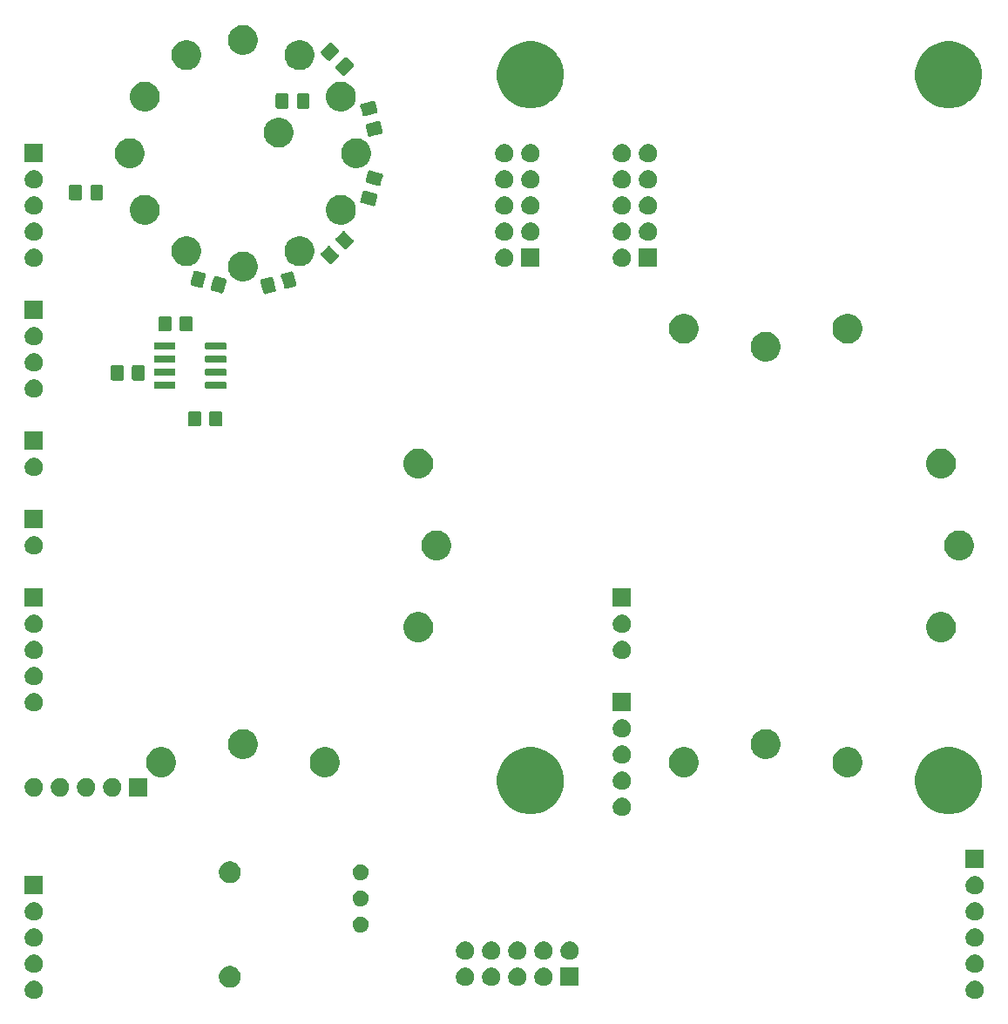
<source format=gbr>
G04 #@! TF.GenerationSoftware,KiCad,Pcbnew,5.1.6-c6e7f7d~86~ubuntu18.04.1*
G04 #@! TF.CreationDate,2020-06-20T10:33:53-04:00*
G04 #@! TF.ProjectId,oscillator_carrier_board,6f736369-6c6c-4617-946f-725f63617272,1*
G04 #@! TF.SameCoordinates,Original*
G04 #@! TF.FileFunction,Soldermask,Bot*
G04 #@! TF.FilePolarity,Negative*
%FSLAX46Y46*%
G04 Gerber Fmt 4.6, Leading zero omitted, Abs format (unit mm)*
G04 Created by KiCad (PCBNEW 5.1.6-c6e7f7d~86~ubuntu18.04.1) date 2020-06-20 10:33:53*
%MOMM*%
%LPD*%
G01*
G04 APERTURE LIST*
%ADD10C,0.100000*%
G04 APERTURE END LIST*
D10*
G36*
X196963512Y-145153927D02*
G01*
X197112812Y-145183624D01*
X197276784Y-145251544D01*
X197424354Y-145350147D01*
X197549853Y-145475646D01*
X197648456Y-145623216D01*
X197716376Y-145787188D01*
X197751000Y-145961259D01*
X197751000Y-146138741D01*
X197716376Y-146312812D01*
X197648456Y-146476784D01*
X197549853Y-146624354D01*
X197424354Y-146749853D01*
X197276784Y-146848456D01*
X197112812Y-146916376D01*
X196963512Y-146946073D01*
X196938742Y-146951000D01*
X196761258Y-146951000D01*
X196736488Y-146946073D01*
X196587188Y-146916376D01*
X196423216Y-146848456D01*
X196275646Y-146749853D01*
X196150147Y-146624354D01*
X196051544Y-146476784D01*
X195983624Y-146312812D01*
X195949000Y-146138741D01*
X195949000Y-145961259D01*
X195983624Y-145787188D01*
X196051544Y-145623216D01*
X196150147Y-145475646D01*
X196275646Y-145350147D01*
X196423216Y-145251544D01*
X196587188Y-145183624D01*
X196736488Y-145153927D01*
X196761258Y-145149000D01*
X196938742Y-145149000D01*
X196963512Y-145153927D01*
G37*
G36*
X105523512Y-145153927D02*
G01*
X105672812Y-145183624D01*
X105836784Y-145251544D01*
X105984354Y-145350147D01*
X106109853Y-145475646D01*
X106208456Y-145623216D01*
X106276376Y-145787188D01*
X106311000Y-145961259D01*
X106311000Y-146138741D01*
X106276376Y-146312812D01*
X106208456Y-146476784D01*
X106109853Y-146624354D01*
X105984354Y-146749853D01*
X105836784Y-146848456D01*
X105672812Y-146916376D01*
X105523512Y-146946073D01*
X105498742Y-146951000D01*
X105321258Y-146951000D01*
X105296488Y-146946073D01*
X105147188Y-146916376D01*
X104983216Y-146848456D01*
X104835646Y-146749853D01*
X104710147Y-146624354D01*
X104611544Y-146476784D01*
X104543624Y-146312812D01*
X104509000Y-146138741D01*
X104509000Y-145961259D01*
X104543624Y-145787188D01*
X104611544Y-145623216D01*
X104710147Y-145475646D01*
X104835646Y-145350147D01*
X104983216Y-145251544D01*
X105147188Y-145183624D01*
X105296488Y-145153927D01*
X105321258Y-145149000D01*
X105498742Y-145149000D01*
X105523512Y-145153927D01*
G37*
G36*
X124766564Y-143769389D02*
G01*
X124957833Y-143848615D01*
X124957835Y-143848616D01*
X125129973Y-143963635D01*
X125276365Y-144110027D01*
X125343067Y-144209853D01*
X125391385Y-144282167D01*
X125470611Y-144473436D01*
X125511000Y-144676484D01*
X125511000Y-144883516D01*
X125470611Y-145086564D01*
X125430407Y-145183625D01*
X125391384Y-145277835D01*
X125276365Y-145449973D01*
X125129973Y-145596365D01*
X124957835Y-145711384D01*
X124957834Y-145711385D01*
X124957833Y-145711385D01*
X124766564Y-145790611D01*
X124563516Y-145831000D01*
X124356484Y-145831000D01*
X124153436Y-145790611D01*
X123962167Y-145711385D01*
X123962166Y-145711385D01*
X123962165Y-145711384D01*
X123790027Y-145596365D01*
X123643635Y-145449973D01*
X123528616Y-145277835D01*
X123489593Y-145183625D01*
X123449389Y-145086564D01*
X123409000Y-144883516D01*
X123409000Y-144676484D01*
X123449389Y-144473436D01*
X123528615Y-144282167D01*
X123576934Y-144209853D01*
X123643635Y-144110027D01*
X123790027Y-143963635D01*
X123962165Y-143848616D01*
X123962167Y-143848615D01*
X124153436Y-143769389D01*
X124356484Y-143729000D01*
X124563516Y-143729000D01*
X124766564Y-143769389D01*
G37*
G36*
X149973512Y-143883927D02*
G01*
X150122812Y-143913624D01*
X150286784Y-143981544D01*
X150434354Y-144080147D01*
X150559853Y-144205646D01*
X150658456Y-144353216D01*
X150726376Y-144517188D01*
X150761000Y-144691259D01*
X150761000Y-144868741D01*
X150726376Y-145042812D01*
X150658456Y-145206784D01*
X150559853Y-145354354D01*
X150434354Y-145479853D01*
X150286784Y-145578456D01*
X150122812Y-145646376D01*
X149973512Y-145676073D01*
X149948742Y-145681000D01*
X149771258Y-145681000D01*
X149746488Y-145676073D01*
X149597188Y-145646376D01*
X149433216Y-145578456D01*
X149285646Y-145479853D01*
X149160147Y-145354354D01*
X149061544Y-145206784D01*
X148993624Y-145042812D01*
X148959000Y-144868741D01*
X148959000Y-144691259D01*
X148993624Y-144517188D01*
X149061544Y-144353216D01*
X149160147Y-144205646D01*
X149285646Y-144080147D01*
X149433216Y-143981544D01*
X149597188Y-143913624D01*
X149746488Y-143883927D01*
X149771258Y-143879000D01*
X149948742Y-143879000D01*
X149973512Y-143883927D01*
G37*
G36*
X152513512Y-143883927D02*
G01*
X152662812Y-143913624D01*
X152826784Y-143981544D01*
X152974354Y-144080147D01*
X153099853Y-144205646D01*
X153198456Y-144353216D01*
X153266376Y-144517188D01*
X153301000Y-144691259D01*
X153301000Y-144868741D01*
X153266376Y-145042812D01*
X153198456Y-145206784D01*
X153099853Y-145354354D01*
X152974354Y-145479853D01*
X152826784Y-145578456D01*
X152662812Y-145646376D01*
X152513512Y-145676073D01*
X152488742Y-145681000D01*
X152311258Y-145681000D01*
X152286488Y-145676073D01*
X152137188Y-145646376D01*
X151973216Y-145578456D01*
X151825646Y-145479853D01*
X151700147Y-145354354D01*
X151601544Y-145206784D01*
X151533624Y-145042812D01*
X151499000Y-144868741D01*
X151499000Y-144691259D01*
X151533624Y-144517188D01*
X151601544Y-144353216D01*
X151700147Y-144205646D01*
X151825646Y-144080147D01*
X151973216Y-143981544D01*
X152137188Y-143913624D01*
X152286488Y-143883927D01*
X152311258Y-143879000D01*
X152488742Y-143879000D01*
X152513512Y-143883927D01*
G37*
G36*
X155053512Y-143883927D02*
G01*
X155202812Y-143913624D01*
X155366784Y-143981544D01*
X155514354Y-144080147D01*
X155639853Y-144205646D01*
X155738456Y-144353216D01*
X155806376Y-144517188D01*
X155841000Y-144691259D01*
X155841000Y-144868741D01*
X155806376Y-145042812D01*
X155738456Y-145206784D01*
X155639853Y-145354354D01*
X155514354Y-145479853D01*
X155366784Y-145578456D01*
X155202812Y-145646376D01*
X155053512Y-145676073D01*
X155028742Y-145681000D01*
X154851258Y-145681000D01*
X154826488Y-145676073D01*
X154677188Y-145646376D01*
X154513216Y-145578456D01*
X154365646Y-145479853D01*
X154240147Y-145354354D01*
X154141544Y-145206784D01*
X154073624Y-145042812D01*
X154039000Y-144868741D01*
X154039000Y-144691259D01*
X154073624Y-144517188D01*
X154141544Y-144353216D01*
X154240147Y-144205646D01*
X154365646Y-144080147D01*
X154513216Y-143981544D01*
X154677188Y-143913624D01*
X154826488Y-143883927D01*
X154851258Y-143879000D01*
X155028742Y-143879000D01*
X155053512Y-143883927D01*
G37*
G36*
X147433512Y-143883927D02*
G01*
X147582812Y-143913624D01*
X147746784Y-143981544D01*
X147894354Y-144080147D01*
X148019853Y-144205646D01*
X148118456Y-144353216D01*
X148186376Y-144517188D01*
X148221000Y-144691259D01*
X148221000Y-144868741D01*
X148186376Y-145042812D01*
X148118456Y-145206784D01*
X148019853Y-145354354D01*
X147894354Y-145479853D01*
X147746784Y-145578456D01*
X147582812Y-145646376D01*
X147433512Y-145676073D01*
X147408742Y-145681000D01*
X147231258Y-145681000D01*
X147206488Y-145676073D01*
X147057188Y-145646376D01*
X146893216Y-145578456D01*
X146745646Y-145479853D01*
X146620147Y-145354354D01*
X146521544Y-145206784D01*
X146453624Y-145042812D01*
X146419000Y-144868741D01*
X146419000Y-144691259D01*
X146453624Y-144517188D01*
X146521544Y-144353216D01*
X146620147Y-144205646D01*
X146745646Y-144080147D01*
X146893216Y-143981544D01*
X147057188Y-143913624D01*
X147206488Y-143883927D01*
X147231258Y-143879000D01*
X147408742Y-143879000D01*
X147433512Y-143883927D01*
G37*
G36*
X158381000Y-145681000D02*
G01*
X156579000Y-145681000D01*
X156579000Y-143879000D01*
X158381000Y-143879000D01*
X158381000Y-145681000D01*
G37*
G36*
X196963512Y-142613927D02*
G01*
X197112812Y-142643624D01*
X197276784Y-142711544D01*
X197424354Y-142810147D01*
X197549853Y-142935646D01*
X197648456Y-143083216D01*
X197716376Y-143247188D01*
X197751000Y-143421259D01*
X197751000Y-143598741D01*
X197716376Y-143772812D01*
X197648456Y-143936784D01*
X197549853Y-144084354D01*
X197424354Y-144209853D01*
X197276784Y-144308456D01*
X197112812Y-144376376D01*
X196963512Y-144406073D01*
X196938742Y-144411000D01*
X196761258Y-144411000D01*
X196736488Y-144406073D01*
X196587188Y-144376376D01*
X196423216Y-144308456D01*
X196275646Y-144209853D01*
X196150147Y-144084354D01*
X196051544Y-143936784D01*
X195983624Y-143772812D01*
X195949000Y-143598741D01*
X195949000Y-143421259D01*
X195983624Y-143247188D01*
X196051544Y-143083216D01*
X196150147Y-142935646D01*
X196275646Y-142810147D01*
X196423216Y-142711544D01*
X196587188Y-142643624D01*
X196736488Y-142613927D01*
X196761258Y-142609000D01*
X196938742Y-142609000D01*
X196963512Y-142613927D01*
G37*
G36*
X105523512Y-142613927D02*
G01*
X105672812Y-142643624D01*
X105836784Y-142711544D01*
X105984354Y-142810147D01*
X106109853Y-142935646D01*
X106208456Y-143083216D01*
X106276376Y-143247188D01*
X106311000Y-143421259D01*
X106311000Y-143598741D01*
X106276376Y-143772812D01*
X106208456Y-143936784D01*
X106109853Y-144084354D01*
X105984354Y-144209853D01*
X105836784Y-144308456D01*
X105672812Y-144376376D01*
X105523512Y-144406073D01*
X105498742Y-144411000D01*
X105321258Y-144411000D01*
X105296488Y-144406073D01*
X105147188Y-144376376D01*
X104983216Y-144308456D01*
X104835646Y-144209853D01*
X104710147Y-144084354D01*
X104611544Y-143936784D01*
X104543624Y-143772812D01*
X104509000Y-143598741D01*
X104509000Y-143421259D01*
X104543624Y-143247188D01*
X104611544Y-143083216D01*
X104710147Y-142935646D01*
X104835646Y-142810147D01*
X104983216Y-142711544D01*
X105147188Y-142643624D01*
X105296488Y-142613927D01*
X105321258Y-142609000D01*
X105498742Y-142609000D01*
X105523512Y-142613927D01*
G37*
G36*
X152513512Y-141343927D02*
G01*
X152662812Y-141373624D01*
X152826784Y-141441544D01*
X152974354Y-141540147D01*
X153099853Y-141665646D01*
X153198456Y-141813216D01*
X153266376Y-141977188D01*
X153301000Y-142151259D01*
X153301000Y-142328741D01*
X153266376Y-142502812D01*
X153198456Y-142666784D01*
X153099853Y-142814354D01*
X152974354Y-142939853D01*
X152826784Y-143038456D01*
X152662812Y-143106376D01*
X152513512Y-143136073D01*
X152488742Y-143141000D01*
X152311258Y-143141000D01*
X152286488Y-143136073D01*
X152137188Y-143106376D01*
X151973216Y-143038456D01*
X151825646Y-142939853D01*
X151700147Y-142814354D01*
X151601544Y-142666784D01*
X151533624Y-142502812D01*
X151499000Y-142328741D01*
X151499000Y-142151259D01*
X151533624Y-141977188D01*
X151601544Y-141813216D01*
X151700147Y-141665646D01*
X151825646Y-141540147D01*
X151973216Y-141441544D01*
X152137188Y-141373624D01*
X152286488Y-141343927D01*
X152311258Y-141339000D01*
X152488742Y-141339000D01*
X152513512Y-141343927D01*
G37*
G36*
X157593512Y-141343927D02*
G01*
X157742812Y-141373624D01*
X157906784Y-141441544D01*
X158054354Y-141540147D01*
X158179853Y-141665646D01*
X158278456Y-141813216D01*
X158346376Y-141977188D01*
X158381000Y-142151259D01*
X158381000Y-142328741D01*
X158346376Y-142502812D01*
X158278456Y-142666784D01*
X158179853Y-142814354D01*
X158054354Y-142939853D01*
X157906784Y-143038456D01*
X157742812Y-143106376D01*
X157593512Y-143136073D01*
X157568742Y-143141000D01*
X157391258Y-143141000D01*
X157366488Y-143136073D01*
X157217188Y-143106376D01*
X157053216Y-143038456D01*
X156905646Y-142939853D01*
X156780147Y-142814354D01*
X156681544Y-142666784D01*
X156613624Y-142502812D01*
X156579000Y-142328741D01*
X156579000Y-142151259D01*
X156613624Y-141977188D01*
X156681544Y-141813216D01*
X156780147Y-141665646D01*
X156905646Y-141540147D01*
X157053216Y-141441544D01*
X157217188Y-141373624D01*
X157366488Y-141343927D01*
X157391258Y-141339000D01*
X157568742Y-141339000D01*
X157593512Y-141343927D01*
G37*
G36*
X155053512Y-141343927D02*
G01*
X155202812Y-141373624D01*
X155366784Y-141441544D01*
X155514354Y-141540147D01*
X155639853Y-141665646D01*
X155738456Y-141813216D01*
X155806376Y-141977188D01*
X155841000Y-142151259D01*
X155841000Y-142328741D01*
X155806376Y-142502812D01*
X155738456Y-142666784D01*
X155639853Y-142814354D01*
X155514354Y-142939853D01*
X155366784Y-143038456D01*
X155202812Y-143106376D01*
X155053512Y-143136073D01*
X155028742Y-143141000D01*
X154851258Y-143141000D01*
X154826488Y-143136073D01*
X154677188Y-143106376D01*
X154513216Y-143038456D01*
X154365646Y-142939853D01*
X154240147Y-142814354D01*
X154141544Y-142666784D01*
X154073624Y-142502812D01*
X154039000Y-142328741D01*
X154039000Y-142151259D01*
X154073624Y-141977188D01*
X154141544Y-141813216D01*
X154240147Y-141665646D01*
X154365646Y-141540147D01*
X154513216Y-141441544D01*
X154677188Y-141373624D01*
X154826488Y-141343927D01*
X154851258Y-141339000D01*
X155028742Y-141339000D01*
X155053512Y-141343927D01*
G37*
G36*
X149973512Y-141343927D02*
G01*
X150122812Y-141373624D01*
X150286784Y-141441544D01*
X150434354Y-141540147D01*
X150559853Y-141665646D01*
X150658456Y-141813216D01*
X150726376Y-141977188D01*
X150761000Y-142151259D01*
X150761000Y-142328741D01*
X150726376Y-142502812D01*
X150658456Y-142666784D01*
X150559853Y-142814354D01*
X150434354Y-142939853D01*
X150286784Y-143038456D01*
X150122812Y-143106376D01*
X149973512Y-143136073D01*
X149948742Y-143141000D01*
X149771258Y-143141000D01*
X149746488Y-143136073D01*
X149597188Y-143106376D01*
X149433216Y-143038456D01*
X149285646Y-142939853D01*
X149160147Y-142814354D01*
X149061544Y-142666784D01*
X148993624Y-142502812D01*
X148959000Y-142328741D01*
X148959000Y-142151259D01*
X148993624Y-141977188D01*
X149061544Y-141813216D01*
X149160147Y-141665646D01*
X149285646Y-141540147D01*
X149433216Y-141441544D01*
X149597188Y-141373624D01*
X149746488Y-141343927D01*
X149771258Y-141339000D01*
X149948742Y-141339000D01*
X149973512Y-141343927D01*
G37*
G36*
X147433512Y-141343927D02*
G01*
X147582812Y-141373624D01*
X147746784Y-141441544D01*
X147894354Y-141540147D01*
X148019853Y-141665646D01*
X148118456Y-141813216D01*
X148186376Y-141977188D01*
X148221000Y-142151259D01*
X148221000Y-142328741D01*
X148186376Y-142502812D01*
X148118456Y-142666784D01*
X148019853Y-142814354D01*
X147894354Y-142939853D01*
X147746784Y-143038456D01*
X147582812Y-143106376D01*
X147433512Y-143136073D01*
X147408742Y-143141000D01*
X147231258Y-143141000D01*
X147206488Y-143136073D01*
X147057188Y-143106376D01*
X146893216Y-143038456D01*
X146745646Y-142939853D01*
X146620147Y-142814354D01*
X146521544Y-142666784D01*
X146453624Y-142502812D01*
X146419000Y-142328741D01*
X146419000Y-142151259D01*
X146453624Y-141977188D01*
X146521544Y-141813216D01*
X146620147Y-141665646D01*
X146745646Y-141540147D01*
X146893216Y-141441544D01*
X147057188Y-141373624D01*
X147206488Y-141343927D01*
X147231258Y-141339000D01*
X147408742Y-141339000D01*
X147433512Y-141343927D01*
G37*
G36*
X196963512Y-140073927D02*
G01*
X197112812Y-140103624D01*
X197276784Y-140171544D01*
X197424354Y-140270147D01*
X197549853Y-140395646D01*
X197648456Y-140543216D01*
X197716376Y-140707188D01*
X197751000Y-140881259D01*
X197751000Y-141058741D01*
X197716376Y-141232812D01*
X197648456Y-141396784D01*
X197549853Y-141544354D01*
X197424354Y-141669853D01*
X197276784Y-141768456D01*
X197112812Y-141836376D01*
X196963512Y-141866073D01*
X196938742Y-141871000D01*
X196761258Y-141871000D01*
X196736488Y-141866073D01*
X196587188Y-141836376D01*
X196423216Y-141768456D01*
X196275646Y-141669853D01*
X196150147Y-141544354D01*
X196051544Y-141396784D01*
X195983624Y-141232812D01*
X195949000Y-141058741D01*
X195949000Y-140881259D01*
X195983624Y-140707188D01*
X196051544Y-140543216D01*
X196150147Y-140395646D01*
X196275646Y-140270147D01*
X196423216Y-140171544D01*
X196587188Y-140103624D01*
X196736488Y-140073927D01*
X196761258Y-140069000D01*
X196938742Y-140069000D01*
X196963512Y-140073927D01*
G37*
G36*
X105523512Y-140073927D02*
G01*
X105672812Y-140103624D01*
X105836784Y-140171544D01*
X105984354Y-140270147D01*
X106109853Y-140395646D01*
X106208456Y-140543216D01*
X106276376Y-140707188D01*
X106311000Y-140881259D01*
X106311000Y-141058741D01*
X106276376Y-141232812D01*
X106208456Y-141396784D01*
X106109853Y-141544354D01*
X105984354Y-141669853D01*
X105836784Y-141768456D01*
X105672812Y-141836376D01*
X105523512Y-141866073D01*
X105498742Y-141871000D01*
X105321258Y-141871000D01*
X105296488Y-141866073D01*
X105147188Y-141836376D01*
X104983216Y-141768456D01*
X104835646Y-141669853D01*
X104710147Y-141544354D01*
X104611544Y-141396784D01*
X104543624Y-141232812D01*
X104509000Y-141058741D01*
X104509000Y-140881259D01*
X104543624Y-140707188D01*
X104611544Y-140543216D01*
X104710147Y-140395646D01*
X104835646Y-140270147D01*
X104983216Y-140171544D01*
X105147188Y-140103624D01*
X105296488Y-140073927D01*
X105321258Y-140069000D01*
X105498742Y-140069000D01*
X105523512Y-140073927D01*
G37*
G36*
X137285589Y-138938876D02*
G01*
X137384893Y-138958629D01*
X137525206Y-139016748D01*
X137651484Y-139101125D01*
X137758875Y-139208516D01*
X137843252Y-139334794D01*
X137901371Y-139475107D01*
X137931000Y-139624063D01*
X137931000Y-139775937D01*
X137901371Y-139924893D01*
X137843252Y-140065206D01*
X137758875Y-140191484D01*
X137651484Y-140298875D01*
X137525206Y-140383252D01*
X137384893Y-140441371D01*
X137285589Y-140461124D01*
X137235938Y-140471000D01*
X137084062Y-140471000D01*
X137034411Y-140461124D01*
X136935107Y-140441371D01*
X136794794Y-140383252D01*
X136668516Y-140298875D01*
X136561125Y-140191484D01*
X136476748Y-140065206D01*
X136418629Y-139924893D01*
X136389000Y-139775937D01*
X136389000Y-139624063D01*
X136418629Y-139475107D01*
X136476748Y-139334794D01*
X136561125Y-139208516D01*
X136668516Y-139101125D01*
X136794794Y-139016748D01*
X136935107Y-138958629D01*
X137034411Y-138938876D01*
X137084062Y-138929000D01*
X137235938Y-138929000D01*
X137285589Y-138938876D01*
G37*
G36*
X196963512Y-137533927D02*
G01*
X197112812Y-137563624D01*
X197276784Y-137631544D01*
X197424354Y-137730147D01*
X197549853Y-137855646D01*
X197648456Y-138003216D01*
X197716376Y-138167188D01*
X197751000Y-138341259D01*
X197751000Y-138518741D01*
X197716376Y-138692812D01*
X197648456Y-138856784D01*
X197549853Y-139004354D01*
X197424354Y-139129853D01*
X197276784Y-139228456D01*
X197112812Y-139296376D01*
X196963512Y-139326073D01*
X196938742Y-139331000D01*
X196761258Y-139331000D01*
X196736488Y-139326073D01*
X196587188Y-139296376D01*
X196423216Y-139228456D01*
X196275646Y-139129853D01*
X196150147Y-139004354D01*
X196051544Y-138856784D01*
X195983624Y-138692812D01*
X195949000Y-138518741D01*
X195949000Y-138341259D01*
X195983624Y-138167188D01*
X196051544Y-138003216D01*
X196150147Y-137855646D01*
X196275646Y-137730147D01*
X196423216Y-137631544D01*
X196587188Y-137563624D01*
X196736488Y-137533927D01*
X196761258Y-137529000D01*
X196938742Y-137529000D01*
X196963512Y-137533927D01*
G37*
G36*
X105523512Y-137533927D02*
G01*
X105672812Y-137563624D01*
X105836784Y-137631544D01*
X105984354Y-137730147D01*
X106109853Y-137855646D01*
X106208456Y-138003216D01*
X106276376Y-138167188D01*
X106311000Y-138341259D01*
X106311000Y-138518741D01*
X106276376Y-138692812D01*
X106208456Y-138856784D01*
X106109853Y-139004354D01*
X105984354Y-139129853D01*
X105836784Y-139228456D01*
X105672812Y-139296376D01*
X105523512Y-139326073D01*
X105498742Y-139331000D01*
X105321258Y-139331000D01*
X105296488Y-139326073D01*
X105147188Y-139296376D01*
X104983216Y-139228456D01*
X104835646Y-139129853D01*
X104710147Y-139004354D01*
X104611544Y-138856784D01*
X104543624Y-138692812D01*
X104509000Y-138518741D01*
X104509000Y-138341259D01*
X104543624Y-138167188D01*
X104611544Y-138003216D01*
X104710147Y-137855646D01*
X104835646Y-137730147D01*
X104983216Y-137631544D01*
X105147188Y-137563624D01*
X105296488Y-137533927D01*
X105321258Y-137529000D01*
X105498742Y-137529000D01*
X105523512Y-137533927D01*
G37*
G36*
X137285589Y-136398876D02*
G01*
X137384893Y-136418629D01*
X137525206Y-136476748D01*
X137651484Y-136561125D01*
X137758875Y-136668516D01*
X137843252Y-136794794D01*
X137901371Y-136935107D01*
X137931000Y-137084063D01*
X137931000Y-137235937D01*
X137901371Y-137384893D01*
X137843252Y-137525206D01*
X137758875Y-137651484D01*
X137651484Y-137758875D01*
X137525206Y-137843252D01*
X137384893Y-137901371D01*
X137285589Y-137921124D01*
X137235938Y-137931000D01*
X137084062Y-137931000D01*
X137034411Y-137921124D01*
X136935107Y-137901371D01*
X136794794Y-137843252D01*
X136668516Y-137758875D01*
X136561125Y-137651484D01*
X136476748Y-137525206D01*
X136418629Y-137384893D01*
X136389000Y-137235937D01*
X136389000Y-137084063D01*
X136418629Y-136935107D01*
X136476748Y-136794794D01*
X136561125Y-136668516D01*
X136668516Y-136561125D01*
X136794794Y-136476748D01*
X136935107Y-136418629D01*
X137034411Y-136398876D01*
X137084062Y-136389000D01*
X137235938Y-136389000D01*
X137285589Y-136398876D01*
G37*
G36*
X196963512Y-134993927D02*
G01*
X197112812Y-135023624D01*
X197276784Y-135091544D01*
X197424354Y-135190147D01*
X197549853Y-135315646D01*
X197648456Y-135463216D01*
X197716376Y-135627188D01*
X197751000Y-135801259D01*
X197751000Y-135978741D01*
X197716376Y-136152812D01*
X197648456Y-136316784D01*
X197549853Y-136464354D01*
X197424354Y-136589853D01*
X197276784Y-136688456D01*
X197112812Y-136756376D01*
X196963512Y-136786073D01*
X196938742Y-136791000D01*
X196761258Y-136791000D01*
X196736488Y-136786073D01*
X196587188Y-136756376D01*
X196423216Y-136688456D01*
X196275646Y-136589853D01*
X196150147Y-136464354D01*
X196051544Y-136316784D01*
X195983624Y-136152812D01*
X195949000Y-135978741D01*
X195949000Y-135801259D01*
X195983624Y-135627188D01*
X196051544Y-135463216D01*
X196150147Y-135315646D01*
X196275646Y-135190147D01*
X196423216Y-135091544D01*
X196587188Y-135023624D01*
X196736488Y-134993927D01*
X196761258Y-134989000D01*
X196938742Y-134989000D01*
X196963512Y-134993927D01*
G37*
G36*
X106311000Y-136791000D02*
G01*
X104509000Y-136791000D01*
X104509000Y-134989000D01*
X106311000Y-134989000D01*
X106311000Y-136791000D01*
G37*
G36*
X124766564Y-133609389D02*
G01*
X124957833Y-133688615D01*
X124957835Y-133688616D01*
X125129973Y-133803635D01*
X125276365Y-133950027D01*
X125391385Y-134122167D01*
X125470611Y-134313436D01*
X125511000Y-134516484D01*
X125511000Y-134723516D01*
X125470611Y-134926564D01*
X125430407Y-135023625D01*
X125391384Y-135117835D01*
X125276365Y-135289973D01*
X125129973Y-135436365D01*
X124957835Y-135551384D01*
X124957834Y-135551385D01*
X124957833Y-135551385D01*
X124766564Y-135630611D01*
X124563516Y-135671000D01*
X124356484Y-135671000D01*
X124153436Y-135630611D01*
X123962167Y-135551385D01*
X123962166Y-135551385D01*
X123962165Y-135551384D01*
X123790027Y-135436365D01*
X123643635Y-135289973D01*
X123528616Y-135117835D01*
X123489593Y-135023625D01*
X123449389Y-134926564D01*
X123409000Y-134723516D01*
X123409000Y-134516484D01*
X123449389Y-134313436D01*
X123528615Y-134122167D01*
X123643635Y-133950027D01*
X123790027Y-133803635D01*
X123962165Y-133688616D01*
X123962167Y-133688615D01*
X124153436Y-133609389D01*
X124356484Y-133569000D01*
X124563516Y-133569000D01*
X124766564Y-133609389D01*
G37*
G36*
X137285589Y-133858876D02*
G01*
X137384893Y-133878629D01*
X137525206Y-133936748D01*
X137651484Y-134021125D01*
X137758875Y-134128516D01*
X137843252Y-134254794D01*
X137901371Y-134395107D01*
X137931000Y-134544063D01*
X137931000Y-134695937D01*
X137901371Y-134844893D01*
X137843252Y-134985206D01*
X137758875Y-135111484D01*
X137651484Y-135218875D01*
X137525206Y-135303252D01*
X137384893Y-135361371D01*
X137285589Y-135381124D01*
X137235938Y-135391000D01*
X137084062Y-135391000D01*
X137034411Y-135381124D01*
X136935107Y-135361371D01*
X136794794Y-135303252D01*
X136668516Y-135218875D01*
X136561125Y-135111484D01*
X136476748Y-134985206D01*
X136418629Y-134844893D01*
X136389000Y-134695937D01*
X136389000Y-134544063D01*
X136418629Y-134395107D01*
X136476748Y-134254794D01*
X136561125Y-134128516D01*
X136668516Y-134021125D01*
X136794794Y-133936748D01*
X136935107Y-133878629D01*
X137034411Y-133858876D01*
X137084062Y-133849000D01*
X137235938Y-133849000D01*
X137285589Y-133858876D01*
G37*
G36*
X197751000Y-134251000D02*
G01*
X195949000Y-134251000D01*
X195949000Y-132449000D01*
X197751000Y-132449000D01*
X197751000Y-134251000D01*
G37*
G36*
X162673512Y-127373927D02*
G01*
X162822812Y-127403624D01*
X162986784Y-127471544D01*
X163134354Y-127570147D01*
X163259853Y-127695646D01*
X163358456Y-127843216D01*
X163426376Y-128007188D01*
X163461000Y-128181259D01*
X163461000Y-128358741D01*
X163426376Y-128532812D01*
X163358456Y-128696784D01*
X163259853Y-128844354D01*
X163134354Y-128969853D01*
X162986784Y-129068456D01*
X162822812Y-129136376D01*
X162673512Y-129166073D01*
X162648742Y-129171000D01*
X162471258Y-129171000D01*
X162446488Y-129166073D01*
X162297188Y-129136376D01*
X162133216Y-129068456D01*
X161985646Y-128969853D01*
X161860147Y-128844354D01*
X161761544Y-128696784D01*
X161693624Y-128532812D01*
X161659000Y-128358741D01*
X161659000Y-128181259D01*
X161693624Y-128007188D01*
X161761544Y-127843216D01*
X161860147Y-127695646D01*
X161985646Y-127570147D01*
X162133216Y-127471544D01*
X162297188Y-127403624D01*
X162446488Y-127373927D01*
X162471258Y-127369000D01*
X162648742Y-127369000D01*
X162673512Y-127373927D01*
G37*
G36*
X194917609Y-122536170D02*
G01*
X195258282Y-122603934D01*
X195849926Y-122849001D01*
X196382392Y-123204784D01*
X196835216Y-123657608D01*
X197190999Y-124190074D01*
X197368548Y-124618716D01*
X197436066Y-124781719D01*
X197561000Y-125409803D01*
X197561000Y-126050197D01*
X197516033Y-126276259D01*
X197436066Y-126678282D01*
X197190999Y-127269926D01*
X196835216Y-127802392D01*
X196382392Y-128255216D01*
X195849926Y-128610999D01*
X195258282Y-128856066D01*
X194944239Y-128918533D01*
X194630197Y-128981000D01*
X193989803Y-128981000D01*
X193675761Y-128918533D01*
X193361718Y-128856066D01*
X192770074Y-128610999D01*
X192237608Y-128255216D01*
X191784784Y-127802392D01*
X191429001Y-127269926D01*
X191183934Y-126678282D01*
X191103967Y-126276259D01*
X191059000Y-126050197D01*
X191059000Y-125409803D01*
X191183934Y-124781719D01*
X191251452Y-124618716D01*
X191429001Y-124190074D01*
X191784784Y-123657608D01*
X192237608Y-123204784D01*
X192770074Y-122849001D01*
X193361718Y-122603934D01*
X193702391Y-122536170D01*
X193989803Y-122479000D01*
X194630197Y-122479000D01*
X194917609Y-122536170D01*
G37*
G36*
X154277609Y-122536170D02*
G01*
X154618282Y-122603934D01*
X155209926Y-122849001D01*
X155742392Y-123204784D01*
X156195216Y-123657608D01*
X156550999Y-124190074D01*
X156728548Y-124618716D01*
X156796066Y-124781719D01*
X156921000Y-125409803D01*
X156921000Y-126050197D01*
X156876033Y-126276259D01*
X156796066Y-126678282D01*
X156550999Y-127269926D01*
X156195216Y-127802392D01*
X155742392Y-128255216D01*
X155209926Y-128610999D01*
X154618282Y-128856066D01*
X154304239Y-128918533D01*
X153990197Y-128981000D01*
X153349803Y-128981000D01*
X153035761Y-128918533D01*
X152721718Y-128856066D01*
X152130074Y-128610999D01*
X151597608Y-128255216D01*
X151144784Y-127802392D01*
X150789001Y-127269926D01*
X150543934Y-126678282D01*
X150463967Y-126276259D01*
X150419000Y-126050197D01*
X150419000Y-125409803D01*
X150543934Y-124781719D01*
X150611452Y-124618716D01*
X150789001Y-124190074D01*
X151144784Y-123657608D01*
X151597608Y-123204784D01*
X152130074Y-122849001D01*
X152721718Y-122603934D01*
X153062391Y-122536170D01*
X153349803Y-122479000D01*
X153990197Y-122479000D01*
X154277609Y-122536170D01*
G37*
G36*
X108054769Y-125467188D02*
G01*
X108212812Y-125498624D01*
X108376784Y-125566544D01*
X108524354Y-125665147D01*
X108649853Y-125790646D01*
X108748456Y-125938216D01*
X108816376Y-126102188D01*
X108851000Y-126276259D01*
X108851000Y-126453741D01*
X108816376Y-126627812D01*
X108748456Y-126791784D01*
X108649853Y-126939354D01*
X108524354Y-127064853D01*
X108376784Y-127163456D01*
X108212812Y-127231376D01*
X108063512Y-127261073D01*
X108038742Y-127266000D01*
X107861258Y-127266000D01*
X107836488Y-127261073D01*
X107687188Y-127231376D01*
X107523216Y-127163456D01*
X107375646Y-127064853D01*
X107250147Y-126939354D01*
X107151544Y-126791784D01*
X107083624Y-126627812D01*
X107049000Y-126453741D01*
X107049000Y-126276259D01*
X107083624Y-126102188D01*
X107151544Y-125938216D01*
X107250147Y-125790646D01*
X107375646Y-125665147D01*
X107523216Y-125566544D01*
X107687188Y-125498624D01*
X107845231Y-125467188D01*
X107861258Y-125464000D01*
X108038742Y-125464000D01*
X108054769Y-125467188D01*
G37*
G36*
X105514769Y-125467188D02*
G01*
X105672812Y-125498624D01*
X105836784Y-125566544D01*
X105984354Y-125665147D01*
X106109853Y-125790646D01*
X106208456Y-125938216D01*
X106276376Y-126102188D01*
X106311000Y-126276259D01*
X106311000Y-126453741D01*
X106276376Y-126627812D01*
X106208456Y-126791784D01*
X106109853Y-126939354D01*
X105984354Y-127064853D01*
X105836784Y-127163456D01*
X105672812Y-127231376D01*
X105523512Y-127261073D01*
X105498742Y-127266000D01*
X105321258Y-127266000D01*
X105296488Y-127261073D01*
X105147188Y-127231376D01*
X104983216Y-127163456D01*
X104835646Y-127064853D01*
X104710147Y-126939354D01*
X104611544Y-126791784D01*
X104543624Y-126627812D01*
X104509000Y-126453741D01*
X104509000Y-126276259D01*
X104543624Y-126102188D01*
X104611544Y-125938216D01*
X104710147Y-125790646D01*
X104835646Y-125665147D01*
X104983216Y-125566544D01*
X105147188Y-125498624D01*
X105305231Y-125467188D01*
X105321258Y-125464000D01*
X105498742Y-125464000D01*
X105514769Y-125467188D01*
G37*
G36*
X110594769Y-125467188D02*
G01*
X110752812Y-125498624D01*
X110916784Y-125566544D01*
X111064354Y-125665147D01*
X111189853Y-125790646D01*
X111288456Y-125938216D01*
X111356376Y-126102188D01*
X111391000Y-126276259D01*
X111391000Y-126453741D01*
X111356376Y-126627812D01*
X111288456Y-126791784D01*
X111189853Y-126939354D01*
X111064354Y-127064853D01*
X110916784Y-127163456D01*
X110752812Y-127231376D01*
X110603512Y-127261073D01*
X110578742Y-127266000D01*
X110401258Y-127266000D01*
X110376488Y-127261073D01*
X110227188Y-127231376D01*
X110063216Y-127163456D01*
X109915646Y-127064853D01*
X109790147Y-126939354D01*
X109691544Y-126791784D01*
X109623624Y-126627812D01*
X109589000Y-126453741D01*
X109589000Y-126276259D01*
X109623624Y-126102188D01*
X109691544Y-125938216D01*
X109790147Y-125790646D01*
X109915646Y-125665147D01*
X110063216Y-125566544D01*
X110227188Y-125498624D01*
X110385231Y-125467188D01*
X110401258Y-125464000D01*
X110578742Y-125464000D01*
X110594769Y-125467188D01*
G37*
G36*
X116471000Y-127266000D02*
G01*
X114669000Y-127266000D01*
X114669000Y-125464000D01*
X116471000Y-125464000D01*
X116471000Y-127266000D01*
G37*
G36*
X113134769Y-125467188D02*
G01*
X113292812Y-125498624D01*
X113456784Y-125566544D01*
X113604354Y-125665147D01*
X113729853Y-125790646D01*
X113828456Y-125938216D01*
X113896376Y-126102188D01*
X113931000Y-126276259D01*
X113931000Y-126453741D01*
X113896376Y-126627812D01*
X113828456Y-126791784D01*
X113729853Y-126939354D01*
X113604354Y-127064853D01*
X113456784Y-127163456D01*
X113292812Y-127231376D01*
X113143512Y-127261073D01*
X113118742Y-127266000D01*
X112941258Y-127266000D01*
X112916488Y-127261073D01*
X112767188Y-127231376D01*
X112603216Y-127163456D01*
X112455646Y-127064853D01*
X112330147Y-126939354D01*
X112231544Y-126791784D01*
X112163624Y-126627812D01*
X112129000Y-126453741D01*
X112129000Y-126276259D01*
X112163624Y-126102188D01*
X112231544Y-125938216D01*
X112330147Y-125790646D01*
X112455646Y-125665147D01*
X112603216Y-125566544D01*
X112767188Y-125498624D01*
X112925231Y-125467188D01*
X112941258Y-125464000D01*
X113118742Y-125464000D01*
X113134769Y-125467188D01*
G37*
G36*
X162673512Y-124833927D02*
G01*
X162822812Y-124863624D01*
X162986784Y-124931544D01*
X163134354Y-125030147D01*
X163259853Y-125155646D01*
X163358456Y-125303216D01*
X163426376Y-125467188D01*
X163461000Y-125641259D01*
X163461000Y-125818741D01*
X163426376Y-125992812D01*
X163358456Y-126156784D01*
X163259853Y-126304354D01*
X163134354Y-126429853D01*
X162986784Y-126528456D01*
X162822812Y-126596376D01*
X162673512Y-126626073D01*
X162648742Y-126631000D01*
X162471258Y-126631000D01*
X162446488Y-126626073D01*
X162297188Y-126596376D01*
X162133216Y-126528456D01*
X161985646Y-126429853D01*
X161860147Y-126304354D01*
X161761544Y-126156784D01*
X161693624Y-125992812D01*
X161659000Y-125818741D01*
X161659000Y-125641259D01*
X161693624Y-125467188D01*
X161761544Y-125303216D01*
X161860147Y-125155646D01*
X161985646Y-125030147D01*
X162133216Y-124931544D01*
X162297188Y-124863624D01*
X162446488Y-124833927D01*
X162471258Y-124829000D01*
X162648742Y-124829000D01*
X162673512Y-124833927D01*
G37*
G36*
X184898464Y-122536170D02*
G01*
X185162528Y-122645549D01*
X185400181Y-122804344D01*
X185602289Y-123006452D01*
X185761084Y-123244105D01*
X185870463Y-123508169D01*
X185926223Y-123788498D01*
X185926223Y-124074322D01*
X185870463Y-124354651D01*
X185761084Y-124618715D01*
X185602289Y-124856368D01*
X185400181Y-125058476D01*
X185162528Y-125217271D01*
X184898464Y-125326650D01*
X184618135Y-125382410D01*
X184332311Y-125382410D01*
X184051982Y-125326650D01*
X183787918Y-125217271D01*
X183550265Y-125058476D01*
X183348157Y-124856368D01*
X183189362Y-124618715D01*
X183079983Y-124354651D01*
X183024223Y-124074322D01*
X183024223Y-123788498D01*
X183079983Y-123508169D01*
X183189362Y-123244105D01*
X183348157Y-123006452D01*
X183550265Y-122804344D01*
X183787918Y-122645549D01*
X184051982Y-122536170D01*
X184332311Y-122480410D01*
X184618135Y-122480410D01*
X184898464Y-122536170D01*
G37*
G36*
X134098464Y-122536170D02*
G01*
X134362528Y-122645549D01*
X134600181Y-122804344D01*
X134802289Y-123006452D01*
X134961084Y-123244105D01*
X135070463Y-123508169D01*
X135126223Y-123788498D01*
X135126223Y-124074322D01*
X135070463Y-124354651D01*
X134961084Y-124618715D01*
X134802289Y-124856368D01*
X134600181Y-125058476D01*
X134362528Y-125217271D01*
X134098464Y-125326650D01*
X133818135Y-125382410D01*
X133532311Y-125382410D01*
X133251982Y-125326650D01*
X132987918Y-125217271D01*
X132750265Y-125058476D01*
X132548157Y-124856368D01*
X132389362Y-124618715D01*
X132279983Y-124354651D01*
X132224223Y-124074322D01*
X132224223Y-123788498D01*
X132279983Y-123508169D01*
X132389362Y-123244105D01*
X132548157Y-123006452D01*
X132750265Y-122804344D01*
X132987918Y-122645549D01*
X133251982Y-122536170D01*
X133532311Y-122480410D01*
X133818135Y-122480410D01*
X134098464Y-122536170D01*
G37*
G36*
X169008018Y-122536170D02*
G01*
X169272082Y-122645549D01*
X169509735Y-122804344D01*
X169711843Y-123006452D01*
X169870638Y-123244105D01*
X169980017Y-123508169D01*
X170035777Y-123788498D01*
X170035777Y-124074322D01*
X169980017Y-124354651D01*
X169870638Y-124618715D01*
X169711843Y-124856368D01*
X169509735Y-125058476D01*
X169272082Y-125217271D01*
X169008018Y-125326650D01*
X168727689Y-125382410D01*
X168441865Y-125382410D01*
X168161536Y-125326650D01*
X167897472Y-125217271D01*
X167659819Y-125058476D01*
X167457711Y-124856368D01*
X167298916Y-124618715D01*
X167189537Y-124354651D01*
X167133777Y-124074322D01*
X167133777Y-123788498D01*
X167189537Y-123508169D01*
X167298916Y-123244105D01*
X167457711Y-123006452D01*
X167659819Y-122804344D01*
X167897472Y-122645549D01*
X168161536Y-122536170D01*
X168441865Y-122480410D01*
X168727689Y-122480410D01*
X169008018Y-122536170D01*
G37*
G36*
X118208018Y-122536170D02*
G01*
X118472082Y-122645549D01*
X118709735Y-122804344D01*
X118911843Y-123006452D01*
X119070638Y-123244105D01*
X119180017Y-123508169D01*
X119235777Y-123788498D01*
X119235777Y-124074322D01*
X119180017Y-124354651D01*
X119070638Y-124618715D01*
X118911843Y-124856368D01*
X118709735Y-125058476D01*
X118472082Y-125217271D01*
X118208018Y-125326650D01*
X117927689Y-125382410D01*
X117641865Y-125382410D01*
X117361536Y-125326650D01*
X117097472Y-125217271D01*
X116859819Y-125058476D01*
X116657711Y-124856368D01*
X116498916Y-124618715D01*
X116389537Y-124354651D01*
X116333777Y-124074322D01*
X116333777Y-123788498D01*
X116389537Y-123508169D01*
X116498916Y-123244105D01*
X116657711Y-123006452D01*
X116859819Y-122804344D01*
X117097472Y-122645549D01*
X117361536Y-122536170D01*
X117641865Y-122480410D01*
X117927689Y-122480410D01*
X118208018Y-122536170D01*
G37*
G36*
X162673512Y-122293927D02*
G01*
X162822812Y-122323624D01*
X162986784Y-122391544D01*
X163134354Y-122490147D01*
X163259853Y-122615646D01*
X163358456Y-122763216D01*
X163426376Y-122927188D01*
X163461000Y-123101259D01*
X163461000Y-123278741D01*
X163426376Y-123452812D01*
X163358456Y-123616784D01*
X163259853Y-123764354D01*
X163134354Y-123889853D01*
X162986784Y-123988456D01*
X162822812Y-124056376D01*
X162673512Y-124086073D01*
X162648742Y-124091000D01*
X162471258Y-124091000D01*
X162446488Y-124086073D01*
X162297188Y-124056376D01*
X162133216Y-123988456D01*
X161985646Y-123889853D01*
X161860147Y-123764354D01*
X161761544Y-123616784D01*
X161693624Y-123452812D01*
X161659000Y-123278741D01*
X161659000Y-123101259D01*
X161693624Y-122927188D01*
X161761544Y-122763216D01*
X161860147Y-122615646D01*
X161985646Y-122490147D01*
X162133216Y-122391544D01*
X162297188Y-122323624D01*
X162446488Y-122293927D01*
X162471258Y-122289000D01*
X162648742Y-122289000D01*
X162673512Y-122293927D01*
G37*
G36*
X176953241Y-120774760D02*
G01*
X177217305Y-120884139D01*
X177454958Y-121042934D01*
X177657066Y-121245042D01*
X177815861Y-121482695D01*
X177925240Y-121746759D01*
X177981000Y-122027088D01*
X177981000Y-122312912D01*
X177925240Y-122593241D01*
X177815861Y-122857305D01*
X177657066Y-123094958D01*
X177454958Y-123297066D01*
X177217305Y-123455861D01*
X176953241Y-123565240D01*
X176672912Y-123621000D01*
X176387088Y-123621000D01*
X176106759Y-123565240D01*
X175842695Y-123455861D01*
X175605042Y-123297066D01*
X175402934Y-123094958D01*
X175244139Y-122857305D01*
X175134760Y-122593241D01*
X175079000Y-122312912D01*
X175079000Y-122027088D01*
X175134760Y-121746759D01*
X175244139Y-121482695D01*
X175402934Y-121245042D01*
X175605042Y-121042934D01*
X175842695Y-120884139D01*
X176106759Y-120774760D01*
X176387088Y-120719000D01*
X176672912Y-120719000D01*
X176953241Y-120774760D01*
G37*
G36*
X126153241Y-120774760D02*
G01*
X126417305Y-120884139D01*
X126654958Y-121042934D01*
X126857066Y-121245042D01*
X127015861Y-121482695D01*
X127125240Y-121746759D01*
X127181000Y-122027088D01*
X127181000Y-122312912D01*
X127125240Y-122593241D01*
X127015861Y-122857305D01*
X126857066Y-123094958D01*
X126654958Y-123297066D01*
X126417305Y-123455861D01*
X126153241Y-123565240D01*
X125872912Y-123621000D01*
X125587088Y-123621000D01*
X125306759Y-123565240D01*
X125042695Y-123455861D01*
X124805042Y-123297066D01*
X124602934Y-123094958D01*
X124444139Y-122857305D01*
X124334760Y-122593241D01*
X124279000Y-122312912D01*
X124279000Y-122027088D01*
X124334760Y-121746759D01*
X124444139Y-121482695D01*
X124602934Y-121245042D01*
X124805042Y-121042934D01*
X125042695Y-120884139D01*
X125306759Y-120774760D01*
X125587088Y-120719000D01*
X125872912Y-120719000D01*
X126153241Y-120774760D01*
G37*
G36*
X162673512Y-119753927D02*
G01*
X162822812Y-119783624D01*
X162986784Y-119851544D01*
X163134354Y-119950147D01*
X163259853Y-120075646D01*
X163358456Y-120223216D01*
X163426376Y-120387188D01*
X163461000Y-120561259D01*
X163461000Y-120738741D01*
X163426376Y-120912812D01*
X163358456Y-121076784D01*
X163259853Y-121224354D01*
X163134354Y-121349853D01*
X162986784Y-121448456D01*
X162822812Y-121516376D01*
X162673512Y-121546073D01*
X162648742Y-121551000D01*
X162471258Y-121551000D01*
X162446488Y-121546073D01*
X162297188Y-121516376D01*
X162133216Y-121448456D01*
X161985646Y-121349853D01*
X161860147Y-121224354D01*
X161761544Y-121076784D01*
X161693624Y-120912812D01*
X161659000Y-120738741D01*
X161659000Y-120561259D01*
X161693624Y-120387188D01*
X161761544Y-120223216D01*
X161860147Y-120075646D01*
X161985646Y-119950147D01*
X162133216Y-119851544D01*
X162297188Y-119783624D01*
X162446488Y-119753927D01*
X162471258Y-119749000D01*
X162648742Y-119749000D01*
X162673512Y-119753927D01*
G37*
G36*
X163461000Y-119011000D02*
G01*
X161659000Y-119011000D01*
X161659000Y-117209000D01*
X163461000Y-117209000D01*
X163461000Y-119011000D01*
G37*
G36*
X105523512Y-117213927D02*
G01*
X105672812Y-117243624D01*
X105836784Y-117311544D01*
X105984354Y-117410147D01*
X106109853Y-117535646D01*
X106208456Y-117683216D01*
X106276376Y-117847188D01*
X106311000Y-118021259D01*
X106311000Y-118198741D01*
X106276376Y-118372812D01*
X106208456Y-118536784D01*
X106109853Y-118684354D01*
X105984354Y-118809853D01*
X105836784Y-118908456D01*
X105672812Y-118976376D01*
X105523512Y-119006073D01*
X105498742Y-119011000D01*
X105321258Y-119011000D01*
X105296488Y-119006073D01*
X105147188Y-118976376D01*
X104983216Y-118908456D01*
X104835646Y-118809853D01*
X104710147Y-118684354D01*
X104611544Y-118536784D01*
X104543624Y-118372812D01*
X104509000Y-118198741D01*
X104509000Y-118021259D01*
X104543624Y-117847188D01*
X104611544Y-117683216D01*
X104710147Y-117535646D01*
X104835646Y-117410147D01*
X104983216Y-117311544D01*
X105147188Y-117243624D01*
X105296488Y-117213927D01*
X105321258Y-117209000D01*
X105498742Y-117209000D01*
X105523512Y-117213927D01*
G37*
G36*
X105523512Y-114673927D02*
G01*
X105672812Y-114703624D01*
X105836784Y-114771544D01*
X105984354Y-114870147D01*
X106109853Y-114995646D01*
X106208456Y-115143216D01*
X106276376Y-115307188D01*
X106311000Y-115481259D01*
X106311000Y-115658741D01*
X106276376Y-115832812D01*
X106208456Y-115996784D01*
X106109853Y-116144354D01*
X105984354Y-116269853D01*
X105836784Y-116368456D01*
X105672812Y-116436376D01*
X105523512Y-116466073D01*
X105498742Y-116471000D01*
X105321258Y-116471000D01*
X105296488Y-116466073D01*
X105147188Y-116436376D01*
X104983216Y-116368456D01*
X104835646Y-116269853D01*
X104710147Y-116144354D01*
X104611544Y-115996784D01*
X104543624Y-115832812D01*
X104509000Y-115658741D01*
X104509000Y-115481259D01*
X104543624Y-115307188D01*
X104611544Y-115143216D01*
X104710147Y-114995646D01*
X104835646Y-114870147D01*
X104983216Y-114771544D01*
X105147188Y-114703624D01*
X105296488Y-114673927D01*
X105321258Y-114669000D01*
X105498742Y-114669000D01*
X105523512Y-114673927D01*
G37*
G36*
X105523512Y-112133927D02*
G01*
X105672812Y-112163624D01*
X105836784Y-112231544D01*
X105984354Y-112330147D01*
X106109853Y-112455646D01*
X106208456Y-112603216D01*
X106276376Y-112767188D01*
X106311000Y-112941259D01*
X106311000Y-113118741D01*
X106276376Y-113292812D01*
X106208456Y-113456784D01*
X106109853Y-113604354D01*
X105984354Y-113729853D01*
X105836784Y-113828456D01*
X105672812Y-113896376D01*
X105523512Y-113926073D01*
X105498742Y-113931000D01*
X105321258Y-113931000D01*
X105296488Y-113926073D01*
X105147188Y-113896376D01*
X104983216Y-113828456D01*
X104835646Y-113729853D01*
X104710147Y-113604354D01*
X104611544Y-113456784D01*
X104543624Y-113292812D01*
X104509000Y-113118741D01*
X104509000Y-112941259D01*
X104543624Y-112767188D01*
X104611544Y-112603216D01*
X104710147Y-112455646D01*
X104835646Y-112330147D01*
X104983216Y-112231544D01*
X105147188Y-112163624D01*
X105296488Y-112133927D01*
X105321258Y-112129000D01*
X105498742Y-112129000D01*
X105523512Y-112133927D01*
G37*
G36*
X162673512Y-112133927D02*
G01*
X162822812Y-112163624D01*
X162986784Y-112231544D01*
X163134354Y-112330147D01*
X163259853Y-112455646D01*
X163358456Y-112603216D01*
X163426376Y-112767188D01*
X163461000Y-112941259D01*
X163461000Y-113118741D01*
X163426376Y-113292812D01*
X163358456Y-113456784D01*
X163259853Y-113604354D01*
X163134354Y-113729853D01*
X162986784Y-113828456D01*
X162822812Y-113896376D01*
X162673512Y-113926073D01*
X162648742Y-113931000D01*
X162471258Y-113931000D01*
X162446488Y-113926073D01*
X162297188Y-113896376D01*
X162133216Y-113828456D01*
X161985646Y-113729853D01*
X161860147Y-113604354D01*
X161761544Y-113456784D01*
X161693624Y-113292812D01*
X161659000Y-113118741D01*
X161659000Y-112941259D01*
X161693624Y-112767188D01*
X161761544Y-112603216D01*
X161860147Y-112455646D01*
X161985646Y-112330147D01*
X162133216Y-112231544D01*
X162297188Y-112163624D01*
X162446488Y-112133927D01*
X162471258Y-112129000D01*
X162648742Y-112129000D01*
X162673512Y-112133927D01*
G37*
G36*
X143191831Y-109419983D02*
G01*
X143455895Y-109529362D01*
X143693548Y-109688157D01*
X143895656Y-109890265D01*
X144054451Y-110127918D01*
X144163830Y-110391982D01*
X144219590Y-110672311D01*
X144219590Y-110958135D01*
X144163830Y-111238464D01*
X144054451Y-111502528D01*
X143895656Y-111740181D01*
X143693548Y-111942289D01*
X143455895Y-112101084D01*
X143191831Y-112210463D01*
X142911502Y-112266223D01*
X142625678Y-112266223D01*
X142345349Y-112210463D01*
X142081285Y-112101084D01*
X141843632Y-111942289D01*
X141641524Y-111740181D01*
X141482729Y-111502528D01*
X141373350Y-111238464D01*
X141317590Y-110958135D01*
X141317590Y-110672311D01*
X141373350Y-110391982D01*
X141482729Y-110127918D01*
X141641524Y-109890265D01*
X141843632Y-109688157D01*
X142081285Y-109529362D01*
X142345349Y-109419983D01*
X142625678Y-109364223D01*
X142911502Y-109364223D01*
X143191831Y-109419983D01*
G37*
G36*
X193991831Y-109419983D02*
G01*
X194255895Y-109529362D01*
X194493548Y-109688157D01*
X194695656Y-109890265D01*
X194854451Y-110127918D01*
X194963830Y-110391982D01*
X195019590Y-110672311D01*
X195019590Y-110958135D01*
X194963830Y-111238464D01*
X194854451Y-111502528D01*
X194695656Y-111740181D01*
X194493548Y-111942289D01*
X194255895Y-112101084D01*
X193991831Y-112210463D01*
X193711502Y-112266223D01*
X193425678Y-112266223D01*
X193145349Y-112210463D01*
X192881285Y-112101084D01*
X192643632Y-111942289D01*
X192441524Y-111740181D01*
X192282729Y-111502528D01*
X192173350Y-111238464D01*
X192117590Y-110958135D01*
X192117590Y-110672311D01*
X192173350Y-110391982D01*
X192282729Y-110127918D01*
X192441524Y-109890265D01*
X192643632Y-109688157D01*
X192881285Y-109529362D01*
X193145349Y-109419983D01*
X193425678Y-109364223D01*
X193711502Y-109364223D01*
X193991831Y-109419983D01*
G37*
G36*
X105523512Y-109593927D02*
G01*
X105672812Y-109623624D01*
X105836784Y-109691544D01*
X105984354Y-109790147D01*
X106109853Y-109915646D01*
X106208456Y-110063216D01*
X106276376Y-110227188D01*
X106311000Y-110401259D01*
X106311000Y-110578741D01*
X106276376Y-110752812D01*
X106208456Y-110916784D01*
X106109853Y-111064354D01*
X105984354Y-111189853D01*
X105836784Y-111288456D01*
X105672812Y-111356376D01*
X105523512Y-111386073D01*
X105498742Y-111391000D01*
X105321258Y-111391000D01*
X105296488Y-111386073D01*
X105147188Y-111356376D01*
X104983216Y-111288456D01*
X104835646Y-111189853D01*
X104710147Y-111064354D01*
X104611544Y-110916784D01*
X104543624Y-110752812D01*
X104509000Y-110578741D01*
X104509000Y-110401259D01*
X104543624Y-110227188D01*
X104611544Y-110063216D01*
X104710147Y-109915646D01*
X104835646Y-109790147D01*
X104983216Y-109691544D01*
X105147188Y-109623624D01*
X105296488Y-109593927D01*
X105321258Y-109589000D01*
X105498742Y-109589000D01*
X105523512Y-109593927D01*
G37*
G36*
X162673512Y-109593927D02*
G01*
X162822812Y-109623624D01*
X162986784Y-109691544D01*
X163134354Y-109790147D01*
X163259853Y-109915646D01*
X163358456Y-110063216D01*
X163426376Y-110227188D01*
X163461000Y-110401259D01*
X163461000Y-110578741D01*
X163426376Y-110752812D01*
X163358456Y-110916784D01*
X163259853Y-111064354D01*
X163134354Y-111189853D01*
X162986784Y-111288456D01*
X162822812Y-111356376D01*
X162673512Y-111386073D01*
X162648742Y-111391000D01*
X162471258Y-111391000D01*
X162446488Y-111386073D01*
X162297188Y-111356376D01*
X162133216Y-111288456D01*
X161985646Y-111189853D01*
X161860147Y-111064354D01*
X161761544Y-110916784D01*
X161693624Y-110752812D01*
X161659000Y-110578741D01*
X161659000Y-110401259D01*
X161693624Y-110227188D01*
X161761544Y-110063216D01*
X161860147Y-109915646D01*
X161985646Y-109790147D01*
X162133216Y-109691544D01*
X162297188Y-109623624D01*
X162446488Y-109593927D01*
X162471258Y-109589000D01*
X162648742Y-109589000D01*
X162673512Y-109593927D01*
G37*
G36*
X106311000Y-108851000D02*
G01*
X104509000Y-108851000D01*
X104509000Y-107049000D01*
X106311000Y-107049000D01*
X106311000Y-108851000D01*
G37*
G36*
X163461000Y-108851000D02*
G01*
X161659000Y-108851000D01*
X161659000Y-107049000D01*
X163461000Y-107049000D01*
X163461000Y-108851000D01*
G37*
G36*
X195753241Y-101474760D02*
G01*
X196017305Y-101584139D01*
X196254958Y-101742934D01*
X196457066Y-101945042D01*
X196615861Y-102182695D01*
X196725240Y-102446759D01*
X196781000Y-102727088D01*
X196781000Y-103012912D01*
X196725240Y-103293241D01*
X196615861Y-103557305D01*
X196457066Y-103794958D01*
X196254958Y-103997066D01*
X196017305Y-104155861D01*
X195753241Y-104265240D01*
X195472912Y-104321000D01*
X195187088Y-104321000D01*
X194906759Y-104265240D01*
X194642695Y-104155861D01*
X194405042Y-103997066D01*
X194202934Y-103794958D01*
X194044139Y-103557305D01*
X193934760Y-103293241D01*
X193879000Y-103012912D01*
X193879000Y-102727088D01*
X193934760Y-102446759D01*
X194044139Y-102182695D01*
X194202934Y-101945042D01*
X194405042Y-101742934D01*
X194642695Y-101584139D01*
X194906759Y-101474760D01*
X195187088Y-101419000D01*
X195472912Y-101419000D01*
X195753241Y-101474760D01*
G37*
G36*
X144953241Y-101474760D02*
G01*
X145217305Y-101584139D01*
X145454958Y-101742934D01*
X145657066Y-101945042D01*
X145815861Y-102182695D01*
X145925240Y-102446759D01*
X145981000Y-102727088D01*
X145981000Y-103012912D01*
X145925240Y-103293241D01*
X145815861Y-103557305D01*
X145657066Y-103794958D01*
X145454958Y-103997066D01*
X145217305Y-104155861D01*
X144953241Y-104265240D01*
X144672912Y-104321000D01*
X144387088Y-104321000D01*
X144106759Y-104265240D01*
X143842695Y-104155861D01*
X143605042Y-103997066D01*
X143402934Y-103794958D01*
X143244139Y-103557305D01*
X143134760Y-103293241D01*
X143079000Y-103012912D01*
X143079000Y-102727088D01*
X143134760Y-102446759D01*
X143244139Y-102182695D01*
X143402934Y-101945042D01*
X143605042Y-101742934D01*
X143842695Y-101584139D01*
X144106759Y-101474760D01*
X144387088Y-101419000D01*
X144672912Y-101419000D01*
X144953241Y-101474760D01*
G37*
G36*
X105523512Y-101973927D02*
G01*
X105672812Y-102003624D01*
X105836784Y-102071544D01*
X105984354Y-102170147D01*
X106109853Y-102295646D01*
X106208456Y-102443216D01*
X106276376Y-102607188D01*
X106311000Y-102781259D01*
X106311000Y-102958741D01*
X106276376Y-103132812D01*
X106208456Y-103296784D01*
X106109853Y-103444354D01*
X105984354Y-103569853D01*
X105836784Y-103668456D01*
X105672812Y-103736376D01*
X105523512Y-103766073D01*
X105498742Y-103771000D01*
X105321258Y-103771000D01*
X105296488Y-103766073D01*
X105147188Y-103736376D01*
X104983216Y-103668456D01*
X104835646Y-103569853D01*
X104710147Y-103444354D01*
X104611544Y-103296784D01*
X104543624Y-103132812D01*
X104509000Y-102958741D01*
X104509000Y-102781259D01*
X104543624Y-102607188D01*
X104611544Y-102443216D01*
X104710147Y-102295646D01*
X104835646Y-102170147D01*
X104983216Y-102071544D01*
X105147188Y-102003624D01*
X105296488Y-101973927D01*
X105321258Y-101969000D01*
X105498742Y-101969000D01*
X105523512Y-101973927D01*
G37*
G36*
X106311000Y-101231000D02*
G01*
X104509000Y-101231000D01*
X104509000Y-99429000D01*
X106311000Y-99429000D01*
X106311000Y-101231000D01*
G37*
G36*
X193991831Y-93529537D02*
G01*
X194255895Y-93638916D01*
X194493548Y-93797711D01*
X194695656Y-93999819D01*
X194854451Y-94237472D01*
X194963830Y-94501536D01*
X195019590Y-94781865D01*
X195019590Y-95067689D01*
X194963830Y-95348018D01*
X194854451Y-95612082D01*
X194695656Y-95849735D01*
X194493548Y-96051843D01*
X194255895Y-96210638D01*
X193991831Y-96320017D01*
X193711502Y-96375777D01*
X193425678Y-96375777D01*
X193145349Y-96320017D01*
X192881285Y-96210638D01*
X192643632Y-96051843D01*
X192441524Y-95849735D01*
X192282729Y-95612082D01*
X192173350Y-95348018D01*
X192117590Y-95067689D01*
X192117590Y-94781865D01*
X192173350Y-94501536D01*
X192282729Y-94237472D01*
X192441524Y-93999819D01*
X192643632Y-93797711D01*
X192881285Y-93638916D01*
X193145349Y-93529537D01*
X193425678Y-93473777D01*
X193711502Y-93473777D01*
X193991831Y-93529537D01*
G37*
G36*
X143191831Y-93529537D02*
G01*
X143455895Y-93638916D01*
X143693548Y-93797711D01*
X143895656Y-93999819D01*
X144054451Y-94237472D01*
X144163830Y-94501536D01*
X144219590Y-94781865D01*
X144219590Y-95067689D01*
X144163830Y-95348018D01*
X144054451Y-95612082D01*
X143895656Y-95849735D01*
X143693548Y-96051843D01*
X143455895Y-96210638D01*
X143191831Y-96320017D01*
X142911502Y-96375777D01*
X142625678Y-96375777D01*
X142345349Y-96320017D01*
X142081285Y-96210638D01*
X141843632Y-96051843D01*
X141641524Y-95849735D01*
X141482729Y-95612082D01*
X141373350Y-95348018D01*
X141317590Y-95067689D01*
X141317590Y-94781865D01*
X141373350Y-94501536D01*
X141482729Y-94237472D01*
X141641524Y-93999819D01*
X141843632Y-93797711D01*
X142081285Y-93638916D01*
X142345349Y-93529537D01*
X142625678Y-93473777D01*
X142911502Y-93473777D01*
X143191831Y-93529537D01*
G37*
G36*
X105523512Y-94353927D02*
G01*
X105672812Y-94383624D01*
X105836784Y-94451544D01*
X105984354Y-94550147D01*
X106109853Y-94675646D01*
X106208456Y-94823216D01*
X106276376Y-94987188D01*
X106311000Y-95161259D01*
X106311000Y-95338741D01*
X106276376Y-95512812D01*
X106208456Y-95676784D01*
X106109853Y-95824354D01*
X105984354Y-95949853D01*
X105836784Y-96048456D01*
X105672812Y-96116376D01*
X105523512Y-96146073D01*
X105498742Y-96151000D01*
X105321258Y-96151000D01*
X105296488Y-96146073D01*
X105147188Y-96116376D01*
X104983216Y-96048456D01*
X104835646Y-95949853D01*
X104710147Y-95824354D01*
X104611544Y-95676784D01*
X104543624Y-95512812D01*
X104509000Y-95338741D01*
X104509000Y-95161259D01*
X104543624Y-94987188D01*
X104611544Y-94823216D01*
X104710147Y-94675646D01*
X104835646Y-94550147D01*
X104983216Y-94451544D01*
X105147188Y-94383624D01*
X105296488Y-94353927D01*
X105321258Y-94349000D01*
X105498742Y-94349000D01*
X105523512Y-94353927D01*
G37*
G36*
X106311000Y-93611000D02*
G01*
X104509000Y-93611000D01*
X104509000Y-91809000D01*
X106311000Y-91809000D01*
X106311000Y-93611000D01*
G37*
G36*
X123552074Y-89829865D02*
G01*
X123589767Y-89841299D01*
X123624503Y-89859866D01*
X123654948Y-89884852D01*
X123679934Y-89915297D01*
X123698501Y-89950033D01*
X123709935Y-89987726D01*
X123714400Y-90033061D01*
X123714400Y-91119739D01*
X123709935Y-91165074D01*
X123698501Y-91202767D01*
X123679934Y-91237503D01*
X123654948Y-91267948D01*
X123624503Y-91292934D01*
X123589767Y-91311501D01*
X123552074Y-91322935D01*
X123506739Y-91327400D01*
X122670061Y-91327400D01*
X122624726Y-91322935D01*
X122587033Y-91311501D01*
X122552297Y-91292934D01*
X122521852Y-91267948D01*
X122496866Y-91237503D01*
X122478299Y-91202767D01*
X122466865Y-91165074D01*
X122462400Y-91119739D01*
X122462400Y-90033061D01*
X122466865Y-89987726D01*
X122478299Y-89950033D01*
X122496866Y-89915297D01*
X122521852Y-89884852D01*
X122552297Y-89859866D01*
X122587033Y-89841299D01*
X122624726Y-89829865D01*
X122670061Y-89825400D01*
X123506739Y-89825400D01*
X123552074Y-89829865D01*
G37*
G36*
X121502074Y-89829865D02*
G01*
X121539767Y-89841299D01*
X121574503Y-89859866D01*
X121604948Y-89884852D01*
X121629934Y-89915297D01*
X121648501Y-89950033D01*
X121659935Y-89987726D01*
X121664400Y-90033061D01*
X121664400Y-91119739D01*
X121659935Y-91165074D01*
X121648501Y-91202767D01*
X121629934Y-91237503D01*
X121604948Y-91267948D01*
X121574503Y-91292934D01*
X121539767Y-91311501D01*
X121502074Y-91322935D01*
X121456739Y-91327400D01*
X120620061Y-91327400D01*
X120574726Y-91322935D01*
X120537033Y-91311501D01*
X120502297Y-91292934D01*
X120471852Y-91267948D01*
X120446866Y-91237503D01*
X120428299Y-91202767D01*
X120416865Y-91165074D01*
X120412400Y-91119739D01*
X120412400Y-90033061D01*
X120416865Y-89987726D01*
X120428299Y-89950033D01*
X120446866Y-89915297D01*
X120471852Y-89884852D01*
X120502297Y-89859866D01*
X120537033Y-89841299D01*
X120574726Y-89829865D01*
X120620061Y-89825400D01*
X121456739Y-89825400D01*
X121502074Y-89829865D01*
G37*
G36*
X105523512Y-86733927D02*
G01*
X105672812Y-86763624D01*
X105836784Y-86831544D01*
X105984354Y-86930147D01*
X106109853Y-87055646D01*
X106208456Y-87203216D01*
X106276376Y-87367188D01*
X106311000Y-87541259D01*
X106311000Y-87718741D01*
X106276376Y-87892812D01*
X106208456Y-88056784D01*
X106109853Y-88204354D01*
X105984354Y-88329853D01*
X105836784Y-88428456D01*
X105672812Y-88496376D01*
X105523512Y-88526073D01*
X105498742Y-88531000D01*
X105321258Y-88531000D01*
X105296488Y-88526073D01*
X105147188Y-88496376D01*
X104983216Y-88428456D01*
X104835646Y-88329853D01*
X104710147Y-88204354D01*
X104611544Y-88056784D01*
X104543624Y-87892812D01*
X104509000Y-87718741D01*
X104509000Y-87541259D01*
X104543624Y-87367188D01*
X104611544Y-87203216D01*
X104710147Y-87055646D01*
X104835646Y-86930147D01*
X104983216Y-86831544D01*
X105147188Y-86763624D01*
X105296488Y-86733927D01*
X105321258Y-86729000D01*
X105498742Y-86729000D01*
X105523512Y-86733927D01*
G37*
G36*
X124023328Y-86976964D02*
G01*
X124044409Y-86983360D01*
X124063845Y-86993748D01*
X124080876Y-87007724D01*
X124094852Y-87024755D01*
X124105240Y-87044191D01*
X124111636Y-87065272D01*
X124114400Y-87093340D01*
X124114400Y-87557060D01*
X124111636Y-87585128D01*
X124105240Y-87606209D01*
X124094852Y-87625645D01*
X124080876Y-87642676D01*
X124063845Y-87656652D01*
X124044409Y-87667040D01*
X124023328Y-87673436D01*
X123995260Y-87676200D01*
X122181540Y-87676200D01*
X122153472Y-87673436D01*
X122132391Y-87667040D01*
X122112955Y-87656652D01*
X122095924Y-87642676D01*
X122081948Y-87625645D01*
X122071560Y-87606209D01*
X122065164Y-87585128D01*
X122062400Y-87557060D01*
X122062400Y-87093340D01*
X122065164Y-87065272D01*
X122071560Y-87044191D01*
X122081948Y-87024755D01*
X122095924Y-87007724D01*
X122112955Y-86993748D01*
X122132391Y-86983360D01*
X122153472Y-86976964D01*
X122181540Y-86974200D01*
X123995260Y-86974200D01*
X124023328Y-86976964D01*
G37*
G36*
X119073328Y-86976964D02*
G01*
X119094409Y-86983360D01*
X119113845Y-86993748D01*
X119130876Y-87007724D01*
X119144852Y-87024755D01*
X119155240Y-87044191D01*
X119161636Y-87065272D01*
X119164400Y-87093340D01*
X119164400Y-87557060D01*
X119161636Y-87585128D01*
X119155240Y-87606209D01*
X119144852Y-87625645D01*
X119130876Y-87642676D01*
X119113845Y-87656652D01*
X119094409Y-87667040D01*
X119073328Y-87673436D01*
X119045260Y-87676200D01*
X117231540Y-87676200D01*
X117203472Y-87673436D01*
X117182391Y-87667040D01*
X117162955Y-87656652D01*
X117145924Y-87642676D01*
X117131948Y-87625645D01*
X117121560Y-87606209D01*
X117115164Y-87585128D01*
X117112400Y-87557060D01*
X117112400Y-87093340D01*
X117115164Y-87065272D01*
X117121560Y-87044191D01*
X117131948Y-87024755D01*
X117145924Y-87007724D01*
X117162955Y-86993748D01*
X117182391Y-86983360D01*
X117203472Y-86976964D01*
X117231540Y-86974200D01*
X119045260Y-86974200D01*
X119073328Y-86976964D01*
G37*
G36*
X113983674Y-85359465D02*
G01*
X114021367Y-85370899D01*
X114056103Y-85389466D01*
X114086548Y-85414452D01*
X114111534Y-85444897D01*
X114130101Y-85479633D01*
X114141535Y-85517326D01*
X114146000Y-85562661D01*
X114146000Y-86649339D01*
X114141535Y-86694674D01*
X114130101Y-86732367D01*
X114111534Y-86767103D01*
X114086548Y-86797548D01*
X114056103Y-86822534D01*
X114021367Y-86841101D01*
X113983674Y-86852535D01*
X113938339Y-86857000D01*
X113101661Y-86857000D01*
X113056326Y-86852535D01*
X113018633Y-86841101D01*
X112983897Y-86822534D01*
X112953452Y-86797548D01*
X112928466Y-86767103D01*
X112909899Y-86732367D01*
X112898465Y-86694674D01*
X112894000Y-86649339D01*
X112894000Y-85562661D01*
X112898465Y-85517326D01*
X112909899Y-85479633D01*
X112928466Y-85444897D01*
X112953452Y-85414452D01*
X112983897Y-85389466D01*
X113018633Y-85370899D01*
X113056326Y-85359465D01*
X113101661Y-85355000D01*
X113938339Y-85355000D01*
X113983674Y-85359465D01*
G37*
G36*
X116033674Y-85359465D02*
G01*
X116071367Y-85370899D01*
X116106103Y-85389466D01*
X116136548Y-85414452D01*
X116161534Y-85444897D01*
X116180101Y-85479633D01*
X116191535Y-85517326D01*
X116196000Y-85562661D01*
X116196000Y-86649339D01*
X116191535Y-86694674D01*
X116180101Y-86732367D01*
X116161534Y-86767103D01*
X116136548Y-86797548D01*
X116106103Y-86822534D01*
X116071367Y-86841101D01*
X116033674Y-86852535D01*
X115988339Y-86857000D01*
X115151661Y-86857000D01*
X115106326Y-86852535D01*
X115068633Y-86841101D01*
X115033897Y-86822534D01*
X115003452Y-86797548D01*
X114978466Y-86767103D01*
X114959899Y-86732367D01*
X114948465Y-86694674D01*
X114944000Y-86649339D01*
X114944000Y-85562661D01*
X114948465Y-85517326D01*
X114959899Y-85479633D01*
X114978466Y-85444897D01*
X115003452Y-85414452D01*
X115033897Y-85389466D01*
X115068633Y-85370899D01*
X115106326Y-85359465D01*
X115151661Y-85355000D01*
X115988339Y-85355000D01*
X116033674Y-85359465D01*
G37*
G36*
X119073328Y-85706964D02*
G01*
X119094409Y-85713360D01*
X119113845Y-85723748D01*
X119130876Y-85737724D01*
X119144852Y-85754755D01*
X119155240Y-85774191D01*
X119161636Y-85795272D01*
X119164400Y-85823340D01*
X119164400Y-86287060D01*
X119161636Y-86315128D01*
X119155240Y-86336209D01*
X119144852Y-86355645D01*
X119130876Y-86372676D01*
X119113845Y-86386652D01*
X119094409Y-86397040D01*
X119073328Y-86403436D01*
X119045260Y-86406200D01*
X117231540Y-86406200D01*
X117203472Y-86403436D01*
X117182391Y-86397040D01*
X117162955Y-86386652D01*
X117145924Y-86372676D01*
X117131948Y-86355645D01*
X117121560Y-86336209D01*
X117115164Y-86315128D01*
X117112400Y-86287060D01*
X117112400Y-85823340D01*
X117115164Y-85795272D01*
X117121560Y-85774191D01*
X117131948Y-85754755D01*
X117145924Y-85737724D01*
X117162955Y-85723748D01*
X117182391Y-85713360D01*
X117203472Y-85706964D01*
X117231540Y-85704200D01*
X119045260Y-85704200D01*
X119073328Y-85706964D01*
G37*
G36*
X124023328Y-85706964D02*
G01*
X124044409Y-85713360D01*
X124063845Y-85723748D01*
X124080876Y-85737724D01*
X124094852Y-85754755D01*
X124105240Y-85774191D01*
X124111636Y-85795272D01*
X124114400Y-85823340D01*
X124114400Y-86287060D01*
X124111636Y-86315128D01*
X124105240Y-86336209D01*
X124094852Y-86355645D01*
X124080876Y-86372676D01*
X124063845Y-86386652D01*
X124044409Y-86397040D01*
X124023328Y-86403436D01*
X123995260Y-86406200D01*
X122181540Y-86406200D01*
X122153472Y-86403436D01*
X122132391Y-86397040D01*
X122112955Y-86386652D01*
X122095924Y-86372676D01*
X122081948Y-86355645D01*
X122071560Y-86336209D01*
X122065164Y-86315128D01*
X122062400Y-86287060D01*
X122062400Y-85823340D01*
X122065164Y-85795272D01*
X122071560Y-85774191D01*
X122081948Y-85754755D01*
X122095924Y-85737724D01*
X122112955Y-85723748D01*
X122132391Y-85713360D01*
X122153472Y-85706964D01*
X122181540Y-85704200D01*
X123995260Y-85704200D01*
X124023328Y-85706964D01*
G37*
G36*
X105523512Y-84193927D02*
G01*
X105672812Y-84223624D01*
X105836784Y-84291544D01*
X105984354Y-84390147D01*
X106109853Y-84515646D01*
X106208456Y-84663216D01*
X106276376Y-84827188D01*
X106311000Y-85001259D01*
X106311000Y-85178741D01*
X106276376Y-85352812D01*
X106208456Y-85516784D01*
X106109853Y-85664354D01*
X105984354Y-85789853D01*
X105836784Y-85888456D01*
X105672812Y-85956376D01*
X105523512Y-85986073D01*
X105498742Y-85991000D01*
X105321258Y-85991000D01*
X105296488Y-85986073D01*
X105147188Y-85956376D01*
X104983216Y-85888456D01*
X104835646Y-85789853D01*
X104710147Y-85664354D01*
X104611544Y-85516784D01*
X104543624Y-85352812D01*
X104509000Y-85178741D01*
X104509000Y-85001259D01*
X104543624Y-84827188D01*
X104611544Y-84663216D01*
X104710147Y-84515646D01*
X104835646Y-84390147D01*
X104983216Y-84291544D01*
X105147188Y-84223624D01*
X105296488Y-84193927D01*
X105321258Y-84189000D01*
X105498742Y-84189000D01*
X105523512Y-84193927D01*
G37*
G36*
X124023328Y-84436964D02*
G01*
X124044409Y-84443360D01*
X124063845Y-84453748D01*
X124080876Y-84467724D01*
X124094852Y-84484755D01*
X124105240Y-84504191D01*
X124111636Y-84525272D01*
X124114400Y-84553340D01*
X124114400Y-85017060D01*
X124111636Y-85045128D01*
X124105240Y-85066209D01*
X124094852Y-85085645D01*
X124080876Y-85102676D01*
X124063845Y-85116652D01*
X124044409Y-85127040D01*
X124023328Y-85133436D01*
X123995260Y-85136200D01*
X122181540Y-85136200D01*
X122153472Y-85133436D01*
X122132391Y-85127040D01*
X122112955Y-85116652D01*
X122095924Y-85102676D01*
X122081948Y-85085645D01*
X122071560Y-85066209D01*
X122065164Y-85045128D01*
X122062400Y-85017060D01*
X122062400Y-84553340D01*
X122065164Y-84525272D01*
X122071560Y-84504191D01*
X122081948Y-84484755D01*
X122095924Y-84467724D01*
X122112955Y-84453748D01*
X122132391Y-84443360D01*
X122153472Y-84436964D01*
X122181540Y-84434200D01*
X123995260Y-84434200D01*
X124023328Y-84436964D01*
G37*
G36*
X119073328Y-84436964D02*
G01*
X119094409Y-84443360D01*
X119113845Y-84453748D01*
X119130876Y-84467724D01*
X119144852Y-84484755D01*
X119155240Y-84504191D01*
X119161636Y-84525272D01*
X119164400Y-84553340D01*
X119164400Y-85017060D01*
X119161636Y-85045128D01*
X119155240Y-85066209D01*
X119144852Y-85085645D01*
X119130876Y-85102676D01*
X119113845Y-85116652D01*
X119094409Y-85127040D01*
X119073328Y-85133436D01*
X119045260Y-85136200D01*
X117231540Y-85136200D01*
X117203472Y-85133436D01*
X117182391Y-85127040D01*
X117162955Y-85116652D01*
X117145924Y-85102676D01*
X117131948Y-85085645D01*
X117121560Y-85066209D01*
X117115164Y-85045128D01*
X117112400Y-85017060D01*
X117112400Y-84553340D01*
X117115164Y-84525272D01*
X117121560Y-84504191D01*
X117131948Y-84484755D01*
X117145924Y-84467724D01*
X117162955Y-84453748D01*
X117182391Y-84443360D01*
X117203472Y-84436964D01*
X117231540Y-84434200D01*
X119045260Y-84434200D01*
X119073328Y-84436964D01*
G37*
G36*
X176953241Y-82174760D02*
G01*
X177217305Y-82284139D01*
X177454958Y-82442934D01*
X177657066Y-82645042D01*
X177815861Y-82882695D01*
X177925240Y-83146759D01*
X177981000Y-83427088D01*
X177981000Y-83712912D01*
X177925240Y-83993241D01*
X177815861Y-84257305D01*
X177657066Y-84494958D01*
X177454958Y-84697066D01*
X177217305Y-84855861D01*
X176953241Y-84965240D01*
X176672912Y-85021000D01*
X176387088Y-85021000D01*
X176106759Y-84965240D01*
X175842695Y-84855861D01*
X175605042Y-84697066D01*
X175402934Y-84494958D01*
X175244139Y-84257305D01*
X175134760Y-83993241D01*
X175079000Y-83712912D01*
X175079000Y-83427088D01*
X175134760Y-83146759D01*
X175244139Y-82882695D01*
X175402934Y-82645042D01*
X175605042Y-82442934D01*
X175842695Y-82284139D01*
X176106759Y-82174760D01*
X176387088Y-82119000D01*
X176672912Y-82119000D01*
X176953241Y-82174760D01*
G37*
G36*
X119073328Y-83166964D02*
G01*
X119094409Y-83173360D01*
X119113845Y-83183748D01*
X119130876Y-83197724D01*
X119144852Y-83214755D01*
X119155240Y-83234191D01*
X119161636Y-83255272D01*
X119164400Y-83283340D01*
X119164400Y-83747060D01*
X119161636Y-83775128D01*
X119155240Y-83796209D01*
X119144852Y-83815645D01*
X119130876Y-83832676D01*
X119113845Y-83846652D01*
X119094409Y-83857040D01*
X119073328Y-83863436D01*
X119045260Y-83866200D01*
X117231540Y-83866200D01*
X117203472Y-83863436D01*
X117182391Y-83857040D01*
X117162955Y-83846652D01*
X117145924Y-83832676D01*
X117131948Y-83815645D01*
X117121560Y-83796209D01*
X117115164Y-83775128D01*
X117112400Y-83747060D01*
X117112400Y-83283340D01*
X117115164Y-83255272D01*
X117121560Y-83234191D01*
X117131948Y-83214755D01*
X117145924Y-83197724D01*
X117162955Y-83183748D01*
X117182391Y-83173360D01*
X117203472Y-83166964D01*
X117231540Y-83164200D01*
X119045260Y-83164200D01*
X119073328Y-83166964D01*
G37*
G36*
X124023328Y-83166964D02*
G01*
X124044409Y-83173360D01*
X124063845Y-83183748D01*
X124080876Y-83197724D01*
X124094852Y-83214755D01*
X124105240Y-83234191D01*
X124111636Y-83255272D01*
X124114400Y-83283340D01*
X124114400Y-83747060D01*
X124111636Y-83775128D01*
X124105240Y-83796209D01*
X124094852Y-83815645D01*
X124080876Y-83832676D01*
X124063845Y-83846652D01*
X124044409Y-83857040D01*
X124023328Y-83863436D01*
X123995260Y-83866200D01*
X122181540Y-83866200D01*
X122153472Y-83863436D01*
X122132391Y-83857040D01*
X122112955Y-83846652D01*
X122095924Y-83832676D01*
X122081948Y-83815645D01*
X122071560Y-83796209D01*
X122065164Y-83775128D01*
X122062400Y-83747060D01*
X122062400Y-83283340D01*
X122065164Y-83255272D01*
X122071560Y-83234191D01*
X122081948Y-83214755D01*
X122095924Y-83197724D01*
X122112955Y-83183748D01*
X122132391Y-83173360D01*
X122153472Y-83166964D01*
X122181540Y-83164200D01*
X123995260Y-83164200D01*
X124023328Y-83166964D01*
G37*
G36*
X105523512Y-81653927D02*
G01*
X105672812Y-81683624D01*
X105836784Y-81751544D01*
X105984354Y-81850147D01*
X106109853Y-81975646D01*
X106208456Y-82123216D01*
X106276376Y-82287188D01*
X106311000Y-82461259D01*
X106311000Y-82638741D01*
X106276376Y-82812812D01*
X106208456Y-82976784D01*
X106109853Y-83124354D01*
X105984354Y-83249853D01*
X105836784Y-83348456D01*
X105672812Y-83416376D01*
X105523512Y-83446073D01*
X105498742Y-83451000D01*
X105321258Y-83451000D01*
X105296488Y-83446073D01*
X105147188Y-83416376D01*
X104983216Y-83348456D01*
X104835646Y-83249853D01*
X104710147Y-83124354D01*
X104611544Y-82976784D01*
X104543624Y-82812812D01*
X104509000Y-82638741D01*
X104509000Y-82461259D01*
X104543624Y-82287188D01*
X104611544Y-82123216D01*
X104710147Y-81975646D01*
X104835646Y-81850147D01*
X104983216Y-81751544D01*
X105147188Y-81683624D01*
X105296488Y-81653927D01*
X105321258Y-81649000D01*
X105498742Y-81649000D01*
X105523512Y-81653927D01*
G37*
G36*
X184898464Y-80413350D02*
G01*
X185162528Y-80522729D01*
X185400181Y-80681524D01*
X185602289Y-80883632D01*
X185761084Y-81121285D01*
X185870463Y-81385349D01*
X185926223Y-81665678D01*
X185926223Y-81951502D01*
X185870463Y-82231831D01*
X185761084Y-82495895D01*
X185602289Y-82733548D01*
X185400181Y-82935656D01*
X185162528Y-83094451D01*
X184898464Y-83203830D01*
X184618135Y-83259590D01*
X184332311Y-83259590D01*
X184051982Y-83203830D01*
X183787918Y-83094451D01*
X183550265Y-82935656D01*
X183348157Y-82733548D01*
X183189362Y-82495895D01*
X183079983Y-82231831D01*
X183024223Y-81951502D01*
X183024223Y-81665678D01*
X183079983Y-81385349D01*
X183189362Y-81121285D01*
X183348157Y-80883632D01*
X183550265Y-80681524D01*
X183787918Y-80522729D01*
X184051982Y-80413350D01*
X184332311Y-80357590D01*
X184618135Y-80357590D01*
X184898464Y-80413350D01*
G37*
G36*
X169008018Y-80413350D02*
G01*
X169272082Y-80522729D01*
X169509735Y-80681524D01*
X169711843Y-80883632D01*
X169870638Y-81121285D01*
X169980017Y-81385349D01*
X170035777Y-81665678D01*
X170035777Y-81951502D01*
X169980017Y-82231831D01*
X169870638Y-82495895D01*
X169711843Y-82733548D01*
X169509735Y-82935656D01*
X169272082Y-83094451D01*
X169008018Y-83203830D01*
X168727689Y-83259590D01*
X168441865Y-83259590D01*
X168161536Y-83203830D01*
X167897472Y-83094451D01*
X167659819Y-82935656D01*
X167457711Y-82733548D01*
X167298916Y-82495895D01*
X167189537Y-82231831D01*
X167133777Y-81951502D01*
X167133777Y-81665678D01*
X167189537Y-81385349D01*
X167298916Y-81121285D01*
X167457711Y-80883632D01*
X167659819Y-80681524D01*
X167897472Y-80522729D01*
X168161536Y-80413350D01*
X168441865Y-80357590D01*
X168727689Y-80357590D01*
X169008018Y-80413350D01*
G37*
G36*
X120674474Y-80584265D02*
G01*
X120712167Y-80595699D01*
X120746903Y-80614266D01*
X120777348Y-80639252D01*
X120802334Y-80669697D01*
X120820901Y-80704433D01*
X120832335Y-80742126D01*
X120836800Y-80787461D01*
X120836800Y-81874139D01*
X120832335Y-81919474D01*
X120820901Y-81957167D01*
X120802334Y-81991903D01*
X120777348Y-82022348D01*
X120746903Y-82047334D01*
X120712167Y-82065901D01*
X120674474Y-82077335D01*
X120629139Y-82081800D01*
X119792461Y-82081800D01*
X119747126Y-82077335D01*
X119709433Y-82065901D01*
X119674697Y-82047334D01*
X119644252Y-82022348D01*
X119619266Y-81991903D01*
X119600699Y-81957167D01*
X119589265Y-81919474D01*
X119584800Y-81874139D01*
X119584800Y-80787461D01*
X119589265Y-80742126D01*
X119600699Y-80704433D01*
X119619266Y-80669697D01*
X119644252Y-80639252D01*
X119674697Y-80614266D01*
X119709433Y-80595699D01*
X119747126Y-80584265D01*
X119792461Y-80579800D01*
X120629139Y-80579800D01*
X120674474Y-80584265D01*
G37*
G36*
X118624474Y-80584265D02*
G01*
X118662167Y-80595699D01*
X118696903Y-80614266D01*
X118727348Y-80639252D01*
X118752334Y-80669697D01*
X118770901Y-80704433D01*
X118782335Y-80742126D01*
X118786800Y-80787461D01*
X118786800Y-81874139D01*
X118782335Y-81919474D01*
X118770901Y-81957167D01*
X118752334Y-81991903D01*
X118727348Y-82022348D01*
X118696903Y-82047334D01*
X118662167Y-82065901D01*
X118624474Y-82077335D01*
X118579139Y-82081800D01*
X117742461Y-82081800D01*
X117697126Y-82077335D01*
X117659433Y-82065901D01*
X117624697Y-82047334D01*
X117594252Y-82022348D01*
X117569266Y-81991903D01*
X117550699Y-81957167D01*
X117539265Y-81919474D01*
X117534800Y-81874139D01*
X117534800Y-80787461D01*
X117539265Y-80742126D01*
X117550699Y-80704433D01*
X117569266Y-80669697D01*
X117594252Y-80639252D01*
X117624697Y-80614266D01*
X117659433Y-80595699D01*
X117697126Y-80584265D01*
X117742461Y-80579800D01*
X118579139Y-80579800D01*
X118624474Y-80584265D01*
G37*
G36*
X106311000Y-80911000D02*
G01*
X104509000Y-80911000D01*
X104509000Y-79109000D01*
X106311000Y-79109000D01*
X106311000Y-80911000D01*
G37*
G36*
X128487824Y-76782583D02*
G01*
X128526184Y-76791527D01*
X128562057Y-76807782D01*
X128594077Y-76830726D01*
X128620996Y-76859469D01*
X128641797Y-76892919D01*
X128657842Y-76935550D01*
X128674539Y-76997865D01*
X128674540Y-76997867D01*
X128918680Y-77909009D01*
X128939097Y-77985209D01*
X128946517Y-78030152D01*
X128945229Y-78069516D01*
X128936284Y-78107877D01*
X128920030Y-78143752D01*
X128897087Y-78175768D01*
X128868343Y-78202689D01*
X128834896Y-78223488D01*
X128792255Y-78239537D01*
X128729943Y-78256233D01*
X128729944Y-78256233D01*
X128046403Y-78439388D01*
X128046386Y-78439391D01*
X127984082Y-78456085D01*
X127939141Y-78463505D01*
X127899776Y-78462217D01*
X127861416Y-78453273D01*
X127825543Y-78437018D01*
X127793523Y-78414074D01*
X127766604Y-78385331D01*
X127745803Y-78351881D01*
X127729758Y-78309250D01*
X127706778Y-78223488D01*
X127465201Y-77321910D01*
X127465201Y-77321907D01*
X127448503Y-77259591D01*
X127441083Y-77214648D01*
X127442371Y-77175284D01*
X127451316Y-77136923D01*
X127467570Y-77101048D01*
X127490513Y-77069032D01*
X127519257Y-77042111D01*
X127552704Y-77021312D01*
X127595345Y-77005263D01*
X127687956Y-76980448D01*
X128341197Y-76805412D01*
X128341214Y-76805409D01*
X128403518Y-76788715D01*
X128448459Y-76781295D01*
X128487824Y-76782583D01*
G37*
G36*
X123158082Y-76712515D02*
G01*
X123220386Y-76729209D01*
X123220403Y-76729212D01*
X123831363Y-76892919D01*
X123966255Y-76929063D01*
X124008896Y-76945112D01*
X124042343Y-76965911D01*
X124071086Y-76992830D01*
X124094030Y-77024850D01*
X124110285Y-77060723D01*
X124119229Y-77099083D01*
X124120517Y-77138448D01*
X124113097Y-77183391D01*
X124096399Y-77245707D01*
X124096399Y-77245710D01*
X123854822Y-78147288D01*
X123831842Y-78233050D01*
X123815797Y-78275681D01*
X123794996Y-78309131D01*
X123768075Y-78337875D01*
X123736059Y-78360818D01*
X123700184Y-78377072D01*
X123661823Y-78386017D01*
X123622459Y-78387305D01*
X123577518Y-78379885D01*
X123515214Y-78363191D01*
X123515197Y-78363188D01*
X122831656Y-78180033D01*
X122831657Y-78180033D01*
X122769345Y-78163337D01*
X122726704Y-78147288D01*
X122693257Y-78126489D01*
X122664514Y-78099570D01*
X122641570Y-78067550D01*
X122625315Y-78031677D01*
X122616371Y-77993317D01*
X122615083Y-77953952D01*
X122622503Y-77909009D01*
X122642975Y-77832608D01*
X122887060Y-76921667D01*
X122887061Y-76921665D01*
X122903758Y-76859350D01*
X122919803Y-76816719D01*
X122940604Y-76783269D01*
X122967525Y-76754525D01*
X122999541Y-76731582D01*
X123035416Y-76715328D01*
X123073777Y-76706383D01*
X123113141Y-76705095D01*
X123158082Y-76712515D01*
G37*
G36*
X130467972Y-76252003D02*
G01*
X130506332Y-76260947D01*
X130542205Y-76277202D01*
X130574225Y-76300146D01*
X130601144Y-76328889D01*
X130621945Y-76362339D01*
X130637990Y-76404970D01*
X130654687Y-76467285D01*
X130654688Y-76467287D01*
X130898828Y-77378429D01*
X130919245Y-77454629D01*
X130926665Y-77499572D01*
X130925377Y-77538936D01*
X130916432Y-77577297D01*
X130900178Y-77613172D01*
X130877235Y-77645188D01*
X130848491Y-77672109D01*
X130815044Y-77692908D01*
X130772403Y-77708957D01*
X130710091Y-77725653D01*
X130710092Y-77725653D01*
X130026551Y-77908808D01*
X130026534Y-77908811D01*
X129964230Y-77925505D01*
X129919289Y-77932925D01*
X129879924Y-77931637D01*
X129841564Y-77922693D01*
X129805691Y-77906438D01*
X129773671Y-77883494D01*
X129746752Y-77854751D01*
X129725951Y-77821301D01*
X129709906Y-77778670D01*
X129686926Y-77692908D01*
X129445349Y-76791330D01*
X129445349Y-76791327D01*
X129428651Y-76729011D01*
X129421231Y-76684068D01*
X129422519Y-76644704D01*
X129431464Y-76606343D01*
X129447718Y-76570468D01*
X129470661Y-76538452D01*
X129499405Y-76511531D01*
X129532852Y-76490732D01*
X129575493Y-76474683D01*
X129668104Y-76449868D01*
X130321345Y-76274832D01*
X130321362Y-76274829D01*
X130383666Y-76258135D01*
X130428607Y-76250715D01*
X130467972Y-76252003D01*
G37*
G36*
X121177934Y-76181935D02*
G01*
X121240238Y-76198629D01*
X121240255Y-76198632D01*
X121851215Y-76362339D01*
X121986107Y-76398483D01*
X122028748Y-76414532D01*
X122062195Y-76435331D01*
X122090938Y-76462250D01*
X122113882Y-76494270D01*
X122130137Y-76530143D01*
X122139081Y-76568503D01*
X122140369Y-76607868D01*
X122132949Y-76652811D01*
X122116251Y-76715127D01*
X122116251Y-76715130D01*
X121874674Y-77616708D01*
X121851694Y-77702470D01*
X121835649Y-77745101D01*
X121814848Y-77778551D01*
X121787927Y-77807295D01*
X121755911Y-77830238D01*
X121720036Y-77846492D01*
X121681675Y-77855437D01*
X121642311Y-77856725D01*
X121597370Y-77849305D01*
X121535066Y-77832611D01*
X121535049Y-77832608D01*
X120851508Y-77649453D01*
X120851509Y-77649453D01*
X120789197Y-77632757D01*
X120746556Y-77616708D01*
X120713109Y-77595909D01*
X120684366Y-77568990D01*
X120661422Y-77536970D01*
X120645167Y-77501097D01*
X120636223Y-77462737D01*
X120634935Y-77423372D01*
X120642355Y-77378429D01*
X120674198Y-77259591D01*
X120906912Y-76391087D01*
X120906913Y-76391085D01*
X120923610Y-76328770D01*
X120939655Y-76286139D01*
X120960456Y-76252689D01*
X120987377Y-76223945D01*
X121019393Y-76201002D01*
X121055268Y-76184748D01*
X121093629Y-76175803D01*
X121132993Y-76174515D01*
X121177934Y-76181935D01*
G37*
G36*
X126153241Y-74374760D02*
G01*
X126417305Y-74484139D01*
X126654958Y-74642934D01*
X126857066Y-74845042D01*
X127015861Y-75082695D01*
X127125240Y-75346759D01*
X127181000Y-75627088D01*
X127181000Y-75912912D01*
X127125240Y-76193241D01*
X127015861Y-76457305D01*
X126857066Y-76694958D01*
X126654958Y-76897066D01*
X126417305Y-77055861D01*
X126153241Y-77165240D01*
X125872912Y-77221000D01*
X125587088Y-77221000D01*
X125306759Y-77165240D01*
X125042695Y-77055861D01*
X124805042Y-76897066D01*
X124602934Y-76694958D01*
X124444139Y-76457305D01*
X124334760Y-76193241D01*
X124279000Y-75912912D01*
X124279000Y-75627088D01*
X124334760Y-75346759D01*
X124444139Y-75082695D01*
X124602934Y-74845042D01*
X124805042Y-74642934D01*
X125042695Y-74484139D01*
X125306759Y-74374760D01*
X125587088Y-74319000D01*
X125872912Y-74319000D01*
X126153241Y-74374760D01*
G37*
G36*
X154571000Y-75831000D02*
G01*
X152769000Y-75831000D01*
X152769000Y-74029000D01*
X154571000Y-74029000D01*
X154571000Y-75831000D01*
G37*
G36*
X105523512Y-74033927D02*
G01*
X105672812Y-74063624D01*
X105836784Y-74131544D01*
X105984354Y-74230147D01*
X106109853Y-74355646D01*
X106208456Y-74503216D01*
X106276376Y-74667188D01*
X106311000Y-74841259D01*
X106311000Y-75018741D01*
X106276376Y-75192812D01*
X106208456Y-75356784D01*
X106109853Y-75504354D01*
X105984354Y-75629853D01*
X105836784Y-75728456D01*
X105672812Y-75796376D01*
X105523512Y-75826073D01*
X105498742Y-75831000D01*
X105321258Y-75831000D01*
X105296488Y-75826073D01*
X105147188Y-75796376D01*
X104983216Y-75728456D01*
X104835646Y-75629853D01*
X104710147Y-75504354D01*
X104611544Y-75356784D01*
X104543624Y-75192812D01*
X104509000Y-75018741D01*
X104509000Y-74841259D01*
X104543624Y-74667188D01*
X104611544Y-74503216D01*
X104710147Y-74355646D01*
X104835646Y-74230147D01*
X104983216Y-74131544D01*
X105147188Y-74063624D01*
X105296488Y-74033927D01*
X105321258Y-74029000D01*
X105498742Y-74029000D01*
X105523512Y-74033927D01*
G37*
G36*
X166001000Y-75831000D02*
G01*
X164199000Y-75831000D01*
X164199000Y-74029000D01*
X166001000Y-74029000D01*
X166001000Y-75831000D01*
G37*
G36*
X162673512Y-74033927D02*
G01*
X162822812Y-74063624D01*
X162986784Y-74131544D01*
X163134354Y-74230147D01*
X163259853Y-74355646D01*
X163358456Y-74503216D01*
X163426376Y-74667188D01*
X163461000Y-74841259D01*
X163461000Y-75018741D01*
X163426376Y-75192812D01*
X163358456Y-75356784D01*
X163259853Y-75504354D01*
X163134354Y-75629853D01*
X162986784Y-75728456D01*
X162822812Y-75796376D01*
X162673512Y-75826073D01*
X162648742Y-75831000D01*
X162471258Y-75831000D01*
X162446488Y-75826073D01*
X162297188Y-75796376D01*
X162133216Y-75728456D01*
X161985646Y-75629853D01*
X161860147Y-75504354D01*
X161761544Y-75356784D01*
X161693624Y-75192812D01*
X161659000Y-75018741D01*
X161659000Y-74841259D01*
X161693624Y-74667188D01*
X161761544Y-74503216D01*
X161860147Y-74355646D01*
X161985646Y-74230147D01*
X162133216Y-74131544D01*
X162297188Y-74063624D01*
X162446488Y-74033927D01*
X162471258Y-74029000D01*
X162648742Y-74029000D01*
X162673512Y-74033927D01*
G37*
G36*
X151243512Y-74033927D02*
G01*
X151392812Y-74063624D01*
X151556784Y-74131544D01*
X151704354Y-74230147D01*
X151829853Y-74355646D01*
X151928456Y-74503216D01*
X151996376Y-74667188D01*
X152031000Y-74841259D01*
X152031000Y-75018741D01*
X151996376Y-75192812D01*
X151928456Y-75356784D01*
X151829853Y-75504354D01*
X151704354Y-75629853D01*
X151556784Y-75728456D01*
X151392812Y-75796376D01*
X151243512Y-75826073D01*
X151218742Y-75831000D01*
X151041258Y-75831000D01*
X151016488Y-75826073D01*
X150867188Y-75796376D01*
X150703216Y-75728456D01*
X150555646Y-75629853D01*
X150430147Y-75504354D01*
X150331544Y-75356784D01*
X150263624Y-75192812D01*
X150229000Y-75018741D01*
X150229000Y-74841259D01*
X150263624Y-74667188D01*
X150331544Y-74503216D01*
X150430147Y-74355646D01*
X150555646Y-74230147D01*
X150703216Y-74131544D01*
X150867188Y-74063624D01*
X151016488Y-74033927D01*
X151041258Y-74029000D01*
X151218742Y-74029000D01*
X151243512Y-74033927D01*
G37*
G36*
X131653240Y-72901039D02*
G01*
X131917304Y-73010418D01*
X132154957Y-73169213D01*
X132357065Y-73371321D01*
X132515860Y-73608974D01*
X132625239Y-73873038D01*
X132680999Y-74153367D01*
X132680999Y-74439191D01*
X132625239Y-74719520D01*
X132515860Y-74983584D01*
X132357065Y-75221237D01*
X132154957Y-75423345D01*
X131917304Y-75582140D01*
X131653240Y-75691519D01*
X131372911Y-75747279D01*
X131087087Y-75747279D01*
X130806758Y-75691519D01*
X130542694Y-75582140D01*
X130305041Y-75423345D01*
X130102933Y-75221237D01*
X129944138Y-74983584D01*
X129834759Y-74719520D01*
X129778999Y-74439191D01*
X129778999Y-74153367D01*
X129834759Y-73873038D01*
X129944138Y-73608974D01*
X130102933Y-73371321D01*
X130305041Y-73169213D01*
X130542694Y-73010418D01*
X130806758Y-72901039D01*
X131087087Y-72845279D01*
X131372911Y-72845279D01*
X131653240Y-72901039D01*
G37*
G36*
X120653241Y-72901039D02*
G01*
X120917305Y-73010418D01*
X121154958Y-73169213D01*
X121357066Y-73371321D01*
X121515861Y-73608974D01*
X121625240Y-73873038D01*
X121681000Y-74153367D01*
X121681000Y-74439191D01*
X121625240Y-74719520D01*
X121515861Y-74983584D01*
X121357066Y-75221237D01*
X121154958Y-75423345D01*
X120917305Y-75582140D01*
X120653241Y-75691519D01*
X120372912Y-75747279D01*
X120087088Y-75747279D01*
X119806759Y-75691519D01*
X119542695Y-75582140D01*
X119305042Y-75423345D01*
X119102934Y-75221237D01*
X118944139Y-74983584D01*
X118834760Y-74719520D01*
X118779000Y-74439191D01*
X118779000Y-74153367D01*
X118834760Y-73873038D01*
X118944139Y-73608974D01*
X119102934Y-73371321D01*
X119305042Y-73169213D01*
X119542695Y-73010418D01*
X119806759Y-72901039D01*
X120087088Y-72845279D01*
X120372912Y-72845279D01*
X120653241Y-72901039D01*
G37*
G36*
X134113607Y-73764852D02*
G01*
X134151300Y-73776286D01*
X134186036Y-73794853D01*
X134221249Y-73823751D01*
X134989649Y-74592151D01*
X135018547Y-74627364D01*
X135037114Y-74662100D01*
X135048548Y-74699793D01*
X135052408Y-74738988D01*
X135048548Y-74778183D01*
X135037114Y-74815876D01*
X135018547Y-74850612D01*
X134989649Y-74885825D01*
X134398025Y-75477449D01*
X134362812Y-75506347D01*
X134328076Y-75524914D01*
X134290383Y-75536348D01*
X134251188Y-75540208D01*
X134211993Y-75536348D01*
X134174300Y-75524914D01*
X134139564Y-75506347D01*
X134104351Y-75477449D01*
X133335951Y-74709049D01*
X133307053Y-74673836D01*
X133288486Y-74639100D01*
X133277052Y-74601407D01*
X133273192Y-74562212D01*
X133277052Y-74523017D01*
X133288486Y-74485324D01*
X133307053Y-74450588D01*
X133335951Y-74415375D01*
X133927575Y-73823751D01*
X133962788Y-73794853D01*
X133997524Y-73776286D01*
X134035217Y-73764852D01*
X134074412Y-73760992D01*
X134113607Y-73764852D01*
G37*
G36*
X135563175Y-72315284D02*
G01*
X135600868Y-72326718D01*
X135635604Y-72345285D01*
X135670817Y-72374183D01*
X136439217Y-73142583D01*
X136468115Y-73177796D01*
X136486682Y-73212532D01*
X136498116Y-73250225D01*
X136501976Y-73289420D01*
X136498116Y-73328615D01*
X136486682Y-73366308D01*
X136468115Y-73401044D01*
X136439217Y-73436257D01*
X135847593Y-74027881D01*
X135812380Y-74056779D01*
X135777644Y-74075346D01*
X135739951Y-74086780D01*
X135700756Y-74090640D01*
X135661561Y-74086780D01*
X135623868Y-74075346D01*
X135589132Y-74056779D01*
X135553919Y-74027881D01*
X134785519Y-73259481D01*
X134756621Y-73224268D01*
X134738054Y-73189532D01*
X134726620Y-73151839D01*
X134722760Y-73112644D01*
X134726620Y-73073449D01*
X134738054Y-73035756D01*
X134756621Y-73001020D01*
X134785519Y-72965807D01*
X135377143Y-72374183D01*
X135412356Y-72345285D01*
X135447092Y-72326718D01*
X135484785Y-72315284D01*
X135523980Y-72311424D01*
X135563175Y-72315284D01*
G37*
G36*
X153783512Y-71493927D02*
G01*
X153932812Y-71523624D01*
X154096784Y-71591544D01*
X154244354Y-71690147D01*
X154369853Y-71815646D01*
X154468456Y-71963216D01*
X154536376Y-72127188D01*
X154571000Y-72301259D01*
X154571000Y-72478741D01*
X154536376Y-72652812D01*
X154468456Y-72816784D01*
X154369853Y-72964354D01*
X154244354Y-73089853D01*
X154096784Y-73188456D01*
X153932812Y-73256376D01*
X153783512Y-73286073D01*
X153758742Y-73291000D01*
X153581258Y-73291000D01*
X153556488Y-73286073D01*
X153407188Y-73256376D01*
X153243216Y-73188456D01*
X153095646Y-73089853D01*
X152970147Y-72964354D01*
X152871544Y-72816784D01*
X152803624Y-72652812D01*
X152769000Y-72478741D01*
X152769000Y-72301259D01*
X152803624Y-72127188D01*
X152871544Y-71963216D01*
X152970147Y-71815646D01*
X153095646Y-71690147D01*
X153243216Y-71591544D01*
X153407188Y-71523624D01*
X153556488Y-71493927D01*
X153581258Y-71489000D01*
X153758742Y-71489000D01*
X153783512Y-71493927D01*
G37*
G36*
X162673512Y-71493927D02*
G01*
X162822812Y-71523624D01*
X162986784Y-71591544D01*
X163134354Y-71690147D01*
X163259853Y-71815646D01*
X163358456Y-71963216D01*
X163426376Y-72127188D01*
X163461000Y-72301259D01*
X163461000Y-72478741D01*
X163426376Y-72652812D01*
X163358456Y-72816784D01*
X163259853Y-72964354D01*
X163134354Y-73089853D01*
X162986784Y-73188456D01*
X162822812Y-73256376D01*
X162673512Y-73286073D01*
X162648742Y-73291000D01*
X162471258Y-73291000D01*
X162446488Y-73286073D01*
X162297188Y-73256376D01*
X162133216Y-73188456D01*
X161985646Y-73089853D01*
X161860147Y-72964354D01*
X161761544Y-72816784D01*
X161693624Y-72652812D01*
X161659000Y-72478741D01*
X161659000Y-72301259D01*
X161693624Y-72127188D01*
X161761544Y-71963216D01*
X161860147Y-71815646D01*
X161985646Y-71690147D01*
X162133216Y-71591544D01*
X162297188Y-71523624D01*
X162446488Y-71493927D01*
X162471258Y-71489000D01*
X162648742Y-71489000D01*
X162673512Y-71493927D01*
G37*
G36*
X151243512Y-71493927D02*
G01*
X151392812Y-71523624D01*
X151556784Y-71591544D01*
X151704354Y-71690147D01*
X151829853Y-71815646D01*
X151928456Y-71963216D01*
X151996376Y-72127188D01*
X152031000Y-72301259D01*
X152031000Y-72478741D01*
X151996376Y-72652812D01*
X151928456Y-72816784D01*
X151829853Y-72964354D01*
X151704354Y-73089853D01*
X151556784Y-73188456D01*
X151392812Y-73256376D01*
X151243512Y-73286073D01*
X151218742Y-73291000D01*
X151041258Y-73291000D01*
X151016488Y-73286073D01*
X150867188Y-73256376D01*
X150703216Y-73188456D01*
X150555646Y-73089853D01*
X150430147Y-72964354D01*
X150331544Y-72816784D01*
X150263624Y-72652812D01*
X150229000Y-72478741D01*
X150229000Y-72301259D01*
X150263624Y-72127188D01*
X150331544Y-71963216D01*
X150430147Y-71815646D01*
X150555646Y-71690147D01*
X150703216Y-71591544D01*
X150867188Y-71523624D01*
X151016488Y-71493927D01*
X151041258Y-71489000D01*
X151218742Y-71489000D01*
X151243512Y-71493927D01*
G37*
G36*
X165213512Y-71493927D02*
G01*
X165362812Y-71523624D01*
X165526784Y-71591544D01*
X165674354Y-71690147D01*
X165799853Y-71815646D01*
X165898456Y-71963216D01*
X165966376Y-72127188D01*
X166001000Y-72301259D01*
X166001000Y-72478741D01*
X165966376Y-72652812D01*
X165898456Y-72816784D01*
X165799853Y-72964354D01*
X165674354Y-73089853D01*
X165526784Y-73188456D01*
X165362812Y-73256376D01*
X165213512Y-73286073D01*
X165188742Y-73291000D01*
X165011258Y-73291000D01*
X164986488Y-73286073D01*
X164837188Y-73256376D01*
X164673216Y-73188456D01*
X164525646Y-73089853D01*
X164400147Y-72964354D01*
X164301544Y-72816784D01*
X164233624Y-72652812D01*
X164199000Y-72478741D01*
X164199000Y-72301259D01*
X164233624Y-72127188D01*
X164301544Y-71963216D01*
X164400147Y-71815646D01*
X164525646Y-71690147D01*
X164673216Y-71591544D01*
X164837188Y-71523624D01*
X164986488Y-71493927D01*
X165011258Y-71489000D01*
X165188742Y-71489000D01*
X165213512Y-71493927D01*
G37*
G36*
X105523512Y-71493927D02*
G01*
X105672812Y-71523624D01*
X105836784Y-71591544D01*
X105984354Y-71690147D01*
X106109853Y-71815646D01*
X106208456Y-71963216D01*
X106276376Y-72127188D01*
X106311000Y-72301259D01*
X106311000Y-72478741D01*
X106276376Y-72652812D01*
X106208456Y-72816784D01*
X106109853Y-72964354D01*
X105984354Y-73089853D01*
X105836784Y-73188456D01*
X105672812Y-73256376D01*
X105523512Y-73286073D01*
X105498742Y-73291000D01*
X105321258Y-73291000D01*
X105296488Y-73286073D01*
X105147188Y-73256376D01*
X104983216Y-73188456D01*
X104835646Y-73089853D01*
X104710147Y-72964354D01*
X104611544Y-72816784D01*
X104543624Y-72652812D01*
X104509000Y-72478741D01*
X104509000Y-72301259D01*
X104543624Y-72127188D01*
X104611544Y-71963216D01*
X104710147Y-71815646D01*
X104835646Y-71690147D01*
X104983216Y-71591544D01*
X105147188Y-71523624D01*
X105296488Y-71493927D01*
X105321258Y-71489000D01*
X105498742Y-71489000D01*
X105523512Y-71493927D01*
G37*
G36*
X116626962Y-68874760D02*
G01*
X116891026Y-68984139D01*
X117128679Y-69142934D01*
X117330787Y-69345042D01*
X117489582Y-69582695D01*
X117598961Y-69846759D01*
X117654721Y-70127088D01*
X117654721Y-70412912D01*
X117598961Y-70693241D01*
X117489582Y-70957305D01*
X117330787Y-71194958D01*
X117128679Y-71397066D01*
X116891026Y-71555861D01*
X116626962Y-71665240D01*
X116346633Y-71721000D01*
X116060809Y-71721000D01*
X115780480Y-71665240D01*
X115516416Y-71555861D01*
X115278763Y-71397066D01*
X115076655Y-71194958D01*
X114917860Y-70957305D01*
X114808481Y-70693241D01*
X114752721Y-70412912D01*
X114752721Y-70127088D01*
X114808481Y-69846759D01*
X114917860Y-69582695D01*
X115076655Y-69345042D01*
X115278763Y-69142934D01*
X115516416Y-68984139D01*
X115780480Y-68874760D01*
X116060809Y-68819000D01*
X116346633Y-68819000D01*
X116626962Y-68874760D01*
G37*
G36*
X135679520Y-68874759D02*
G01*
X135943584Y-68984138D01*
X136181237Y-69142933D01*
X136383345Y-69345041D01*
X136542140Y-69582694D01*
X136651519Y-69846758D01*
X136707279Y-70127087D01*
X136707279Y-70412911D01*
X136651519Y-70693240D01*
X136542140Y-70957304D01*
X136383345Y-71194957D01*
X136181237Y-71397065D01*
X135943584Y-71555860D01*
X135679520Y-71665239D01*
X135399191Y-71720999D01*
X135113367Y-71720999D01*
X134833038Y-71665239D01*
X134568974Y-71555860D01*
X134331321Y-71397065D01*
X134129213Y-71194957D01*
X133970418Y-70957304D01*
X133861039Y-70693240D01*
X133805279Y-70412911D01*
X133805279Y-70127087D01*
X133861039Y-69846758D01*
X133970418Y-69582694D01*
X134129213Y-69345041D01*
X134331321Y-69142933D01*
X134568974Y-68984138D01*
X134833038Y-68874759D01*
X135113367Y-68818999D01*
X135399191Y-68818999D01*
X135679520Y-68874759D01*
G37*
G36*
X151243512Y-68953927D02*
G01*
X151392812Y-68983624D01*
X151556784Y-69051544D01*
X151704354Y-69150147D01*
X151829853Y-69275646D01*
X151928456Y-69423216D01*
X151996376Y-69587188D01*
X152031000Y-69761259D01*
X152031000Y-69938741D01*
X151996376Y-70112812D01*
X151928456Y-70276784D01*
X151829853Y-70424354D01*
X151704354Y-70549853D01*
X151556784Y-70648456D01*
X151392812Y-70716376D01*
X151243512Y-70746073D01*
X151218742Y-70751000D01*
X151041258Y-70751000D01*
X151016488Y-70746073D01*
X150867188Y-70716376D01*
X150703216Y-70648456D01*
X150555646Y-70549853D01*
X150430147Y-70424354D01*
X150331544Y-70276784D01*
X150263624Y-70112812D01*
X150229000Y-69938741D01*
X150229000Y-69761259D01*
X150263624Y-69587188D01*
X150331544Y-69423216D01*
X150430147Y-69275646D01*
X150555646Y-69150147D01*
X150703216Y-69051544D01*
X150867188Y-68983624D01*
X151016488Y-68953927D01*
X151041258Y-68949000D01*
X151218742Y-68949000D01*
X151243512Y-68953927D01*
G37*
G36*
X165213512Y-68953927D02*
G01*
X165362812Y-68983624D01*
X165526784Y-69051544D01*
X165674354Y-69150147D01*
X165799853Y-69275646D01*
X165898456Y-69423216D01*
X165966376Y-69587188D01*
X166001000Y-69761259D01*
X166001000Y-69938741D01*
X165966376Y-70112812D01*
X165898456Y-70276784D01*
X165799853Y-70424354D01*
X165674354Y-70549853D01*
X165526784Y-70648456D01*
X165362812Y-70716376D01*
X165213512Y-70746073D01*
X165188742Y-70751000D01*
X165011258Y-70751000D01*
X164986488Y-70746073D01*
X164837188Y-70716376D01*
X164673216Y-70648456D01*
X164525646Y-70549853D01*
X164400147Y-70424354D01*
X164301544Y-70276784D01*
X164233624Y-70112812D01*
X164199000Y-69938741D01*
X164199000Y-69761259D01*
X164233624Y-69587188D01*
X164301544Y-69423216D01*
X164400147Y-69275646D01*
X164525646Y-69150147D01*
X164673216Y-69051544D01*
X164837188Y-68983624D01*
X164986488Y-68953927D01*
X165011258Y-68949000D01*
X165188742Y-68949000D01*
X165213512Y-68953927D01*
G37*
G36*
X162673512Y-68953927D02*
G01*
X162822812Y-68983624D01*
X162986784Y-69051544D01*
X163134354Y-69150147D01*
X163259853Y-69275646D01*
X163358456Y-69423216D01*
X163426376Y-69587188D01*
X163461000Y-69761259D01*
X163461000Y-69938741D01*
X163426376Y-70112812D01*
X163358456Y-70276784D01*
X163259853Y-70424354D01*
X163134354Y-70549853D01*
X162986784Y-70648456D01*
X162822812Y-70716376D01*
X162673512Y-70746073D01*
X162648742Y-70751000D01*
X162471258Y-70751000D01*
X162446488Y-70746073D01*
X162297188Y-70716376D01*
X162133216Y-70648456D01*
X161985646Y-70549853D01*
X161860147Y-70424354D01*
X161761544Y-70276784D01*
X161693624Y-70112812D01*
X161659000Y-69938741D01*
X161659000Y-69761259D01*
X161693624Y-69587188D01*
X161761544Y-69423216D01*
X161860147Y-69275646D01*
X161985646Y-69150147D01*
X162133216Y-69051544D01*
X162297188Y-68983624D01*
X162446488Y-68953927D01*
X162471258Y-68949000D01*
X162648742Y-68949000D01*
X162673512Y-68953927D01*
G37*
G36*
X153783512Y-68953927D02*
G01*
X153932812Y-68983624D01*
X154096784Y-69051544D01*
X154244354Y-69150147D01*
X154369853Y-69275646D01*
X154468456Y-69423216D01*
X154536376Y-69587188D01*
X154571000Y-69761259D01*
X154571000Y-69938741D01*
X154536376Y-70112812D01*
X154468456Y-70276784D01*
X154369853Y-70424354D01*
X154244354Y-70549853D01*
X154096784Y-70648456D01*
X153932812Y-70716376D01*
X153783512Y-70746073D01*
X153758742Y-70751000D01*
X153581258Y-70751000D01*
X153556488Y-70746073D01*
X153407188Y-70716376D01*
X153243216Y-70648456D01*
X153095646Y-70549853D01*
X152970147Y-70424354D01*
X152871544Y-70276784D01*
X152803624Y-70112812D01*
X152769000Y-69938741D01*
X152769000Y-69761259D01*
X152803624Y-69587188D01*
X152871544Y-69423216D01*
X152970147Y-69275646D01*
X153095646Y-69150147D01*
X153243216Y-69051544D01*
X153407188Y-68983624D01*
X153556488Y-68953927D01*
X153581258Y-68949000D01*
X153758742Y-68949000D01*
X153783512Y-68953927D01*
G37*
G36*
X105523512Y-68953927D02*
G01*
X105672812Y-68983624D01*
X105836784Y-69051544D01*
X105984354Y-69150147D01*
X106109853Y-69275646D01*
X106208456Y-69423216D01*
X106276376Y-69587188D01*
X106311000Y-69761259D01*
X106311000Y-69938741D01*
X106276376Y-70112812D01*
X106208456Y-70276784D01*
X106109853Y-70424354D01*
X105984354Y-70549853D01*
X105836784Y-70648456D01*
X105672812Y-70716376D01*
X105523512Y-70746073D01*
X105498742Y-70751000D01*
X105321258Y-70751000D01*
X105296488Y-70746073D01*
X105147188Y-70716376D01*
X104983216Y-70648456D01*
X104835646Y-70549853D01*
X104710147Y-70424354D01*
X104611544Y-70276784D01*
X104543624Y-70112812D01*
X104509000Y-69938741D01*
X104509000Y-69761259D01*
X104543624Y-69587188D01*
X104611544Y-69423216D01*
X104710147Y-69275646D01*
X104835646Y-69150147D01*
X104983216Y-69051544D01*
X105147188Y-68983624D01*
X105296488Y-68953927D01*
X105321258Y-68949000D01*
X105498742Y-68949000D01*
X105523512Y-68953927D01*
G37*
G36*
X137609991Y-68418903D02*
G01*
X137672307Y-68435601D01*
X137672310Y-68435601D01*
X138597333Y-68683460D01*
X138597335Y-68683461D01*
X138659650Y-68700158D01*
X138702281Y-68716203D01*
X138735731Y-68737004D01*
X138764475Y-68763925D01*
X138787418Y-68795941D01*
X138803672Y-68831816D01*
X138812617Y-68870177D01*
X138813905Y-68909541D01*
X138806485Y-68954482D01*
X138789791Y-69016786D01*
X138789788Y-69016803D01*
X138614752Y-69670044D01*
X138589937Y-69762655D01*
X138573888Y-69805296D01*
X138553089Y-69838743D01*
X138526170Y-69867486D01*
X138494150Y-69890430D01*
X138458277Y-69906685D01*
X138419917Y-69915629D01*
X138380552Y-69916917D01*
X138335609Y-69909497D01*
X138273293Y-69892799D01*
X138273290Y-69892799D01*
X137348267Y-69644940D01*
X137348265Y-69644939D01*
X137285950Y-69628242D01*
X137243319Y-69612197D01*
X137209869Y-69591396D01*
X137181125Y-69564475D01*
X137158182Y-69532459D01*
X137141928Y-69496584D01*
X137132983Y-69458223D01*
X137131695Y-69418859D01*
X137139115Y-69373918D01*
X137155809Y-69311614D01*
X137155812Y-69311597D01*
X137338967Y-68628056D01*
X137355663Y-68565745D01*
X137371712Y-68523104D01*
X137392511Y-68489657D01*
X137419430Y-68460914D01*
X137451450Y-68437970D01*
X137487323Y-68421715D01*
X137525683Y-68412771D01*
X137565048Y-68411483D01*
X137609991Y-68418903D01*
G37*
G36*
X109928674Y-67833465D02*
G01*
X109966367Y-67844899D01*
X110001103Y-67863466D01*
X110031548Y-67888452D01*
X110056534Y-67918897D01*
X110075101Y-67953633D01*
X110086535Y-67991326D01*
X110091000Y-68036661D01*
X110091000Y-69123339D01*
X110086535Y-69168674D01*
X110075101Y-69206367D01*
X110056534Y-69241103D01*
X110031548Y-69271548D01*
X110001103Y-69296534D01*
X109966367Y-69315101D01*
X109928674Y-69326535D01*
X109883339Y-69331000D01*
X109046661Y-69331000D01*
X109001326Y-69326535D01*
X108963633Y-69315101D01*
X108928897Y-69296534D01*
X108898452Y-69271548D01*
X108873466Y-69241103D01*
X108854899Y-69206367D01*
X108843465Y-69168674D01*
X108839000Y-69123339D01*
X108839000Y-68036661D01*
X108843465Y-67991326D01*
X108854899Y-67953633D01*
X108873466Y-67918897D01*
X108898452Y-67888452D01*
X108928897Y-67863466D01*
X108963633Y-67844899D01*
X109001326Y-67833465D01*
X109046661Y-67829000D01*
X109883339Y-67829000D01*
X109928674Y-67833465D01*
G37*
G36*
X111978674Y-67833465D02*
G01*
X112016367Y-67844899D01*
X112051103Y-67863466D01*
X112081548Y-67888452D01*
X112106534Y-67918897D01*
X112125101Y-67953633D01*
X112136535Y-67991326D01*
X112141000Y-68036661D01*
X112141000Y-69123339D01*
X112136535Y-69168674D01*
X112125101Y-69206367D01*
X112106534Y-69241103D01*
X112081548Y-69271548D01*
X112051103Y-69296534D01*
X112016367Y-69315101D01*
X111978674Y-69326535D01*
X111933339Y-69331000D01*
X111096661Y-69331000D01*
X111051326Y-69326535D01*
X111013633Y-69315101D01*
X110978897Y-69296534D01*
X110948452Y-69271548D01*
X110923466Y-69241103D01*
X110904899Y-69206367D01*
X110893465Y-69168674D01*
X110889000Y-69123339D01*
X110889000Y-68036661D01*
X110893465Y-67991326D01*
X110904899Y-67953633D01*
X110923466Y-67918897D01*
X110948452Y-67888452D01*
X110978897Y-67863466D01*
X111013633Y-67844899D01*
X111051326Y-67833465D01*
X111096661Y-67829000D01*
X111933339Y-67829000D01*
X111978674Y-67833465D01*
G37*
G36*
X151243512Y-66413927D02*
G01*
X151392812Y-66443624D01*
X151556784Y-66511544D01*
X151704354Y-66610147D01*
X151829853Y-66735646D01*
X151928456Y-66883216D01*
X151996376Y-67047188D01*
X152031000Y-67221259D01*
X152031000Y-67398741D01*
X151996376Y-67572812D01*
X151928456Y-67736784D01*
X151829853Y-67884354D01*
X151704354Y-68009853D01*
X151556784Y-68108456D01*
X151392812Y-68176376D01*
X151243512Y-68206073D01*
X151218742Y-68211000D01*
X151041258Y-68211000D01*
X151016488Y-68206073D01*
X150867188Y-68176376D01*
X150703216Y-68108456D01*
X150555646Y-68009853D01*
X150430147Y-67884354D01*
X150331544Y-67736784D01*
X150263624Y-67572812D01*
X150229000Y-67398741D01*
X150229000Y-67221259D01*
X150263624Y-67047188D01*
X150331544Y-66883216D01*
X150430147Y-66735646D01*
X150555646Y-66610147D01*
X150703216Y-66511544D01*
X150867188Y-66443624D01*
X151016488Y-66413927D01*
X151041258Y-66409000D01*
X151218742Y-66409000D01*
X151243512Y-66413927D01*
G37*
G36*
X105523512Y-66413927D02*
G01*
X105672812Y-66443624D01*
X105836784Y-66511544D01*
X105984354Y-66610147D01*
X106109853Y-66735646D01*
X106208456Y-66883216D01*
X106276376Y-67047188D01*
X106311000Y-67221259D01*
X106311000Y-67398741D01*
X106276376Y-67572812D01*
X106208456Y-67736784D01*
X106109853Y-67884354D01*
X105984354Y-68009853D01*
X105836784Y-68108456D01*
X105672812Y-68176376D01*
X105523512Y-68206073D01*
X105498742Y-68211000D01*
X105321258Y-68211000D01*
X105296488Y-68206073D01*
X105147188Y-68176376D01*
X104983216Y-68108456D01*
X104835646Y-68009853D01*
X104710147Y-67884354D01*
X104611544Y-67736784D01*
X104543624Y-67572812D01*
X104509000Y-67398741D01*
X104509000Y-67221259D01*
X104543624Y-67047188D01*
X104611544Y-66883216D01*
X104710147Y-66735646D01*
X104835646Y-66610147D01*
X104983216Y-66511544D01*
X105147188Y-66443624D01*
X105296488Y-66413927D01*
X105321258Y-66409000D01*
X105498742Y-66409000D01*
X105523512Y-66413927D01*
G37*
G36*
X165213512Y-66413927D02*
G01*
X165362812Y-66443624D01*
X165526784Y-66511544D01*
X165674354Y-66610147D01*
X165799853Y-66735646D01*
X165898456Y-66883216D01*
X165966376Y-67047188D01*
X166001000Y-67221259D01*
X166001000Y-67398741D01*
X165966376Y-67572812D01*
X165898456Y-67736784D01*
X165799853Y-67884354D01*
X165674354Y-68009853D01*
X165526784Y-68108456D01*
X165362812Y-68176376D01*
X165213512Y-68206073D01*
X165188742Y-68211000D01*
X165011258Y-68211000D01*
X164986488Y-68206073D01*
X164837188Y-68176376D01*
X164673216Y-68108456D01*
X164525646Y-68009853D01*
X164400147Y-67884354D01*
X164301544Y-67736784D01*
X164233624Y-67572812D01*
X164199000Y-67398741D01*
X164199000Y-67221259D01*
X164233624Y-67047188D01*
X164301544Y-66883216D01*
X164400147Y-66735646D01*
X164525646Y-66610147D01*
X164673216Y-66511544D01*
X164837188Y-66443624D01*
X164986488Y-66413927D01*
X165011258Y-66409000D01*
X165188742Y-66409000D01*
X165213512Y-66413927D01*
G37*
G36*
X153783512Y-66413927D02*
G01*
X153932812Y-66443624D01*
X154096784Y-66511544D01*
X154244354Y-66610147D01*
X154369853Y-66735646D01*
X154468456Y-66883216D01*
X154536376Y-67047188D01*
X154571000Y-67221259D01*
X154571000Y-67398741D01*
X154536376Y-67572812D01*
X154468456Y-67736784D01*
X154369853Y-67884354D01*
X154244354Y-68009853D01*
X154096784Y-68108456D01*
X153932812Y-68176376D01*
X153783512Y-68206073D01*
X153758742Y-68211000D01*
X153581258Y-68211000D01*
X153556488Y-68206073D01*
X153407188Y-68176376D01*
X153243216Y-68108456D01*
X153095646Y-68009853D01*
X152970147Y-67884354D01*
X152871544Y-67736784D01*
X152803624Y-67572812D01*
X152769000Y-67398741D01*
X152769000Y-67221259D01*
X152803624Y-67047188D01*
X152871544Y-66883216D01*
X152970147Y-66735646D01*
X153095646Y-66610147D01*
X153243216Y-66511544D01*
X153407188Y-66443624D01*
X153556488Y-66413927D01*
X153581258Y-66409000D01*
X153758742Y-66409000D01*
X153783512Y-66413927D01*
G37*
G36*
X162673512Y-66413927D02*
G01*
X162822812Y-66443624D01*
X162986784Y-66511544D01*
X163134354Y-66610147D01*
X163259853Y-66735646D01*
X163358456Y-66883216D01*
X163426376Y-67047188D01*
X163461000Y-67221259D01*
X163461000Y-67398741D01*
X163426376Y-67572812D01*
X163358456Y-67736784D01*
X163259853Y-67884354D01*
X163134354Y-68009853D01*
X162986784Y-68108456D01*
X162822812Y-68176376D01*
X162673512Y-68206073D01*
X162648742Y-68211000D01*
X162471258Y-68211000D01*
X162446488Y-68206073D01*
X162297188Y-68176376D01*
X162133216Y-68108456D01*
X161985646Y-68009853D01*
X161860147Y-67884354D01*
X161761544Y-67736784D01*
X161693624Y-67572812D01*
X161659000Y-67398741D01*
X161659000Y-67221259D01*
X161693624Y-67047188D01*
X161761544Y-66883216D01*
X161860147Y-66735646D01*
X161985646Y-66610147D01*
X162133216Y-66511544D01*
X162297188Y-66443624D01*
X162446488Y-66413927D01*
X162471258Y-66409000D01*
X162648742Y-66409000D01*
X162673512Y-66413927D01*
G37*
G36*
X138140571Y-66438755D02*
G01*
X138202887Y-66455453D01*
X138202890Y-66455453D01*
X139127913Y-66703312D01*
X139127915Y-66703313D01*
X139190230Y-66720010D01*
X139232861Y-66736055D01*
X139266311Y-66756856D01*
X139295055Y-66783777D01*
X139317998Y-66815793D01*
X139334252Y-66851668D01*
X139343197Y-66890029D01*
X139344485Y-66929393D01*
X139337065Y-66974334D01*
X139320371Y-67036638D01*
X139320368Y-67036655D01*
X139145332Y-67689896D01*
X139120517Y-67782507D01*
X139104468Y-67825148D01*
X139083669Y-67858595D01*
X139056750Y-67887338D01*
X139024730Y-67910282D01*
X138988857Y-67926537D01*
X138950497Y-67935481D01*
X138911132Y-67936769D01*
X138866189Y-67929349D01*
X138803873Y-67912651D01*
X138803870Y-67912651D01*
X137878847Y-67664792D01*
X137878845Y-67664791D01*
X137816530Y-67648094D01*
X137773899Y-67632049D01*
X137740449Y-67611248D01*
X137711705Y-67584327D01*
X137688762Y-67552311D01*
X137672508Y-67516436D01*
X137663563Y-67478075D01*
X137662275Y-67438711D01*
X137669695Y-67393770D01*
X137686389Y-67331466D01*
X137686392Y-67331449D01*
X137869547Y-66647908D01*
X137886243Y-66585597D01*
X137902292Y-66542956D01*
X137923091Y-66509509D01*
X137950010Y-66480766D01*
X137982030Y-66457822D01*
X138017903Y-66441567D01*
X138056263Y-66432623D01*
X138095628Y-66431335D01*
X138140571Y-66438755D01*
G37*
G36*
X115153241Y-63374760D02*
G01*
X115417305Y-63484139D01*
X115654958Y-63642934D01*
X115857066Y-63845042D01*
X116015861Y-64082695D01*
X116125240Y-64346759D01*
X116181000Y-64627088D01*
X116181000Y-64912912D01*
X116125240Y-65193241D01*
X116015861Y-65457305D01*
X115857066Y-65694958D01*
X115654958Y-65897066D01*
X115417305Y-66055861D01*
X115153241Y-66165240D01*
X114872912Y-66221000D01*
X114587088Y-66221000D01*
X114306759Y-66165240D01*
X114042695Y-66055861D01*
X113805042Y-65897066D01*
X113602934Y-65694958D01*
X113444139Y-65457305D01*
X113334760Y-65193241D01*
X113279000Y-64912912D01*
X113279000Y-64627088D01*
X113334760Y-64346759D01*
X113444139Y-64082695D01*
X113602934Y-63845042D01*
X113805042Y-63642934D01*
X114042695Y-63484139D01*
X114306759Y-63374760D01*
X114587088Y-63319000D01*
X114872912Y-63319000D01*
X115153241Y-63374760D01*
G37*
G36*
X137153241Y-63374760D02*
G01*
X137417305Y-63484139D01*
X137654958Y-63642934D01*
X137857066Y-63845042D01*
X138015861Y-64082695D01*
X138125240Y-64346759D01*
X138181000Y-64627088D01*
X138181000Y-64912912D01*
X138125240Y-65193241D01*
X138015861Y-65457305D01*
X137857066Y-65694958D01*
X137654958Y-65897066D01*
X137417305Y-66055861D01*
X137153241Y-66165240D01*
X136872912Y-66221000D01*
X136587088Y-66221000D01*
X136306759Y-66165240D01*
X136042695Y-66055861D01*
X135805042Y-65897066D01*
X135602934Y-65694958D01*
X135444139Y-65457305D01*
X135334760Y-65193241D01*
X135279000Y-64912912D01*
X135279000Y-64627088D01*
X135334760Y-64346759D01*
X135444139Y-64082695D01*
X135602934Y-63845042D01*
X135805042Y-63642934D01*
X136042695Y-63484139D01*
X136306759Y-63374760D01*
X136587088Y-63319000D01*
X136872912Y-63319000D01*
X137153241Y-63374760D01*
G37*
G36*
X153783512Y-63873927D02*
G01*
X153932812Y-63903624D01*
X154096784Y-63971544D01*
X154244354Y-64070147D01*
X154369853Y-64195646D01*
X154468456Y-64343216D01*
X154536376Y-64507188D01*
X154571000Y-64681259D01*
X154571000Y-64858741D01*
X154536376Y-65032812D01*
X154468456Y-65196784D01*
X154369853Y-65344354D01*
X154244354Y-65469853D01*
X154096784Y-65568456D01*
X153932812Y-65636376D01*
X153783512Y-65666073D01*
X153758742Y-65671000D01*
X153581258Y-65671000D01*
X153556488Y-65666073D01*
X153407188Y-65636376D01*
X153243216Y-65568456D01*
X153095646Y-65469853D01*
X152970147Y-65344354D01*
X152871544Y-65196784D01*
X152803624Y-65032812D01*
X152769000Y-64858741D01*
X152769000Y-64681259D01*
X152803624Y-64507188D01*
X152871544Y-64343216D01*
X152970147Y-64195646D01*
X153095646Y-64070147D01*
X153243216Y-63971544D01*
X153407188Y-63903624D01*
X153556488Y-63873927D01*
X153581258Y-63869000D01*
X153758742Y-63869000D01*
X153783512Y-63873927D01*
G37*
G36*
X162673512Y-63873927D02*
G01*
X162822812Y-63903624D01*
X162986784Y-63971544D01*
X163134354Y-64070147D01*
X163259853Y-64195646D01*
X163358456Y-64343216D01*
X163426376Y-64507188D01*
X163461000Y-64681259D01*
X163461000Y-64858741D01*
X163426376Y-65032812D01*
X163358456Y-65196784D01*
X163259853Y-65344354D01*
X163134354Y-65469853D01*
X162986784Y-65568456D01*
X162822812Y-65636376D01*
X162673512Y-65666073D01*
X162648742Y-65671000D01*
X162471258Y-65671000D01*
X162446488Y-65666073D01*
X162297188Y-65636376D01*
X162133216Y-65568456D01*
X161985646Y-65469853D01*
X161860147Y-65344354D01*
X161761544Y-65196784D01*
X161693624Y-65032812D01*
X161659000Y-64858741D01*
X161659000Y-64681259D01*
X161693624Y-64507188D01*
X161761544Y-64343216D01*
X161860147Y-64195646D01*
X161985646Y-64070147D01*
X162133216Y-63971544D01*
X162297188Y-63903624D01*
X162446488Y-63873927D01*
X162471258Y-63869000D01*
X162648742Y-63869000D01*
X162673512Y-63873927D01*
G37*
G36*
X106311000Y-65671000D02*
G01*
X104509000Y-65671000D01*
X104509000Y-63869000D01*
X106311000Y-63869000D01*
X106311000Y-65671000D01*
G37*
G36*
X165213512Y-63873927D02*
G01*
X165362812Y-63903624D01*
X165526784Y-63971544D01*
X165674354Y-64070147D01*
X165799853Y-64195646D01*
X165898456Y-64343216D01*
X165966376Y-64507188D01*
X166001000Y-64681259D01*
X166001000Y-64858741D01*
X165966376Y-65032812D01*
X165898456Y-65196784D01*
X165799853Y-65344354D01*
X165674354Y-65469853D01*
X165526784Y-65568456D01*
X165362812Y-65636376D01*
X165213512Y-65666073D01*
X165188742Y-65671000D01*
X165011258Y-65671000D01*
X164986488Y-65666073D01*
X164837188Y-65636376D01*
X164673216Y-65568456D01*
X164525646Y-65469853D01*
X164400147Y-65344354D01*
X164301544Y-65196784D01*
X164233624Y-65032812D01*
X164199000Y-64858741D01*
X164199000Y-64681259D01*
X164233624Y-64507188D01*
X164301544Y-64343216D01*
X164400147Y-64195646D01*
X164525646Y-64070147D01*
X164673216Y-63971544D01*
X164837188Y-63903624D01*
X164986488Y-63873927D01*
X165011258Y-63869000D01*
X165188742Y-63869000D01*
X165213512Y-63873927D01*
G37*
G36*
X151243512Y-63873927D02*
G01*
X151392812Y-63903624D01*
X151556784Y-63971544D01*
X151704354Y-64070147D01*
X151829853Y-64195646D01*
X151928456Y-64343216D01*
X151996376Y-64507188D01*
X152031000Y-64681259D01*
X152031000Y-64858741D01*
X151996376Y-65032812D01*
X151928456Y-65196784D01*
X151829853Y-65344354D01*
X151704354Y-65469853D01*
X151556784Y-65568456D01*
X151392812Y-65636376D01*
X151243512Y-65666073D01*
X151218742Y-65671000D01*
X151041258Y-65671000D01*
X151016488Y-65666073D01*
X150867188Y-65636376D01*
X150703216Y-65568456D01*
X150555646Y-65469853D01*
X150430147Y-65344354D01*
X150331544Y-65196784D01*
X150263624Y-65032812D01*
X150229000Y-64858741D01*
X150229000Y-64681259D01*
X150263624Y-64507188D01*
X150331544Y-64343216D01*
X150430147Y-64195646D01*
X150555646Y-64070147D01*
X150703216Y-63971544D01*
X150867188Y-63903624D01*
X151016488Y-63873927D01*
X151041258Y-63869000D01*
X151218742Y-63869000D01*
X151243512Y-63873927D01*
G37*
G36*
X129617343Y-61374760D02*
G01*
X129881407Y-61484139D01*
X130119060Y-61642934D01*
X130321168Y-61845042D01*
X130479963Y-62082695D01*
X130589342Y-62346759D01*
X130645102Y-62627088D01*
X130645102Y-62912912D01*
X130589342Y-63193241D01*
X130479963Y-63457305D01*
X130321168Y-63694958D01*
X130119060Y-63897066D01*
X129881407Y-64055861D01*
X129617343Y-64165240D01*
X129337014Y-64221000D01*
X129051190Y-64221000D01*
X128770861Y-64165240D01*
X128506797Y-64055861D01*
X128269144Y-63897066D01*
X128067036Y-63694958D01*
X127908241Y-63457305D01*
X127798862Y-63193241D01*
X127743102Y-62912912D01*
X127743102Y-62627088D01*
X127798862Y-62346759D01*
X127908241Y-62082695D01*
X128067036Y-61845042D01*
X128269144Y-61642934D01*
X128506797Y-61484139D01*
X128770861Y-61374760D01*
X129051190Y-61319000D01*
X129337014Y-61319000D01*
X129617343Y-61374760D01*
G37*
G36*
X138939206Y-61655845D02*
G01*
X138977567Y-61664790D01*
X139013442Y-61681044D01*
X139045458Y-61703987D01*
X139072379Y-61732731D01*
X139093178Y-61766178D01*
X139109227Y-61808819D01*
X139125923Y-61871130D01*
X139309078Y-62554671D01*
X139309081Y-62554688D01*
X139325775Y-62616992D01*
X139333195Y-62661933D01*
X139331907Y-62701298D01*
X139322963Y-62739658D01*
X139306708Y-62775531D01*
X139283764Y-62807551D01*
X139255021Y-62834470D01*
X139221571Y-62855271D01*
X139178940Y-62871316D01*
X139116625Y-62888013D01*
X139116623Y-62888014D01*
X138191600Y-63135873D01*
X138191597Y-63135873D01*
X138129281Y-63152571D01*
X138084338Y-63159991D01*
X138044974Y-63158703D01*
X138006613Y-63149758D01*
X137970738Y-63133504D01*
X137938722Y-63110561D01*
X137911801Y-63081817D01*
X137891002Y-63048370D01*
X137874953Y-63005729D01*
X137850083Y-62912911D01*
X137675102Y-62259877D01*
X137675099Y-62259860D01*
X137658405Y-62197556D01*
X137650985Y-62152615D01*
X137652273Y-62113250D01*
X137661217Y-62074890D01*
X137677472Y-62039017D01*
X137700416Y-62006997D01*
X137729159Y-61980078D01*
X137762609Y-61959277D01*
X137805240Y-61943232D01*
X137867555Y-61926535D01*
X137867557Y-61926534D01*
X138792580Y-61678675D01*
X138792583Y-61678675D01*
X138854899Y-61661977D01*
X138899842Y-61654557D01*
X138939206Y-61655845D01*
G37*
G36*
X138408626Y-59675697D02*
G01*
X138446987Y-59684642D01*
X138482862Y-59700896D01*
X138514878Y-59723839D01*
X138541799Y-59752583D01*
X138562598Y-59786030D01*
X138578647Y-59828671D01*
X138595343Y-59890982D01*
X138778498Y-60574523D01*
X138778501Y-60574540D01*
X138795195Y-60636844D01*
X138802615Y-60681785D01*
X138801327Y-60721150D01*
X138792383Y-60759510D01*
X138776128Y-60795383D01*
X138753184Y-60827403D01*
X138724441Y-60854322D01*
X138690991Y-60875123D01*
X138648360Y-60891168D01*
X138586045Y-60907865D01*
X138586043Y-60907866D01*
X137661020Y-61155725D01*
X137661017Y-61155725D01*
X137598701Y-61172423D01*
X137553758Y-61179843D01*
X137514394Y-61178555D01*
X137476033Y-61169610D01*
X137440158Y-61153356D01*
X137408142Y-61130413D01*
X137381221Y-61101669D01*
X137360422Y-61068222D01*
X137344373Y-61025581D01*
X137319558Y-60932970D01*
X137144522Y-60279729D01*
X137144519Y-60279712D01*
X137127825Y-60217408D01*
X137120405Y-60172467D01*
X137121693Y-60133102D01*
X137130637Y-60094742D01*
X137146892Y-60058869D01*
X137169836Y-60026849D01*
X137198579Y-59999930D01*
X137232029Y-59979129D01*
X137274660Y-59963084D01*
X137336975Y-59946387D01*
X137336977Y-59946386D01*
X138262000Y-59698527D01*
X138262003Y-59698527D01*
X138324319Y-59681829D01*
X138369262Y-59674409D01*
X138408626Y-59675697D01*
G37*
G36*
X116626962Y-57874760D02*
G01*
X116891026Y-57984139D01*
X117128679Y-58142934D01*
X117330787Y-58345042D01*
X117489582Y-58582695D01*
X117598961Y-58846759D01*
X117654721Y-59127088D01*
X117654721Y-59412912D01*
X117598961Y-59693241D01*
X117489582Y-59957305D01*
X117330787Y-60194958D01*
X117128679Y-60397066D01*
X116891026Y-60555861D01*
X116626962Y-60665240D01*
X116346633Y-60721000D01*
X116060809Y-60721000D01*
X115780480Y-60665240D01*
X115516416Y-60555861D01*
X115278763Y-60397066D01*
X115076655Y-60194958D01*
X114917860Y-59957305D01*
X114808481Y-59693241D01*
X114752721Y-59412912D01*
X114752721Y-59127088D01*
X114808481Y-58846759D01*
X114917860Y-58582695D01*
X115076655Y-58345042D01*
X115278763Y-58142934D01*
X115516416Y-57984139D01*
X115780480Y-57874760D01*
X116060809Y-57819000D01*
X116346633Y-57819000D01*
X116626962Y-57874760D01*
G37*
G36*
X135679520Y-57874760D02*
G01*
X135943584Y-57984139D01*
X136181237Y-58142934D01*
X136383345Y-58345042D01*
X136542140Y-58582695D01*
X136651519Y-58846759D01*
X136707279Y-59127088D01*
X136707279Y-59412912D01*
X136651519Y-59693241D01*
X136542140Y-59957305D01*
X136383345Y-60194958D01*
X136181237Y-60397066D01*
X135943584Y-60555861D01*
X135679520Y-60665240D01*
X135399191Y-60721000D01*
X135113367Y-60721000D01*
X134833038Y-60665240D01*
X134568974Y-60555861D01*
X134331321Y-60397066D01*
X134129213Y-60194958D01*
X133970418Y-59957305D01*
X133861039Y-59693241D01*
X133805279Y-59412912D01*
X133805279Y-59127088D01*
X133861039Y-58846759D01*
X133970418Y-58582695D01*
X134129213Y-58345042D01*
X134331321Y-58142934D01*
X134568974Y-57984139D01*
X134833038Y-57874760D01*
X135113367Y-57819000D01*
X135399191Y-57819000D01*
X135679520Y-57874760D01*
G37*
G36*
X130003674Y-58943465D02*
G01*
X130041367Y-58954899D01*
X130076103Y-58973466D01*
X130106548Y-58998452D01*
X130131534Y-59028897D01*
X130150101Y-59063633D01*
X130161535Y-59101326D01*
X130166000Y-59146661D01*
X130166000Y-60233339D01*
X130161535Y-60278674D01*
X130150101Y-60316367D01*
X130131534Y-60351103D01*
X130106548Y-60381548D01*
X130076103Y-60406534D01*
X130041367Y-60425101D01*
X130003674Y-60436535D01*
X129958339Y-60441000D01*
X129121661Y-60441000D01*
X129076326Y-60436535D01*
X129038633Y-60425101D01*
X129003897Y-60406534D01*
X128973452Y-60381548D01*
X128948466Y-60351103D01*
X128929899Y-60316367D01*
X128918465Y-60278674D01*
X128914000Y-60233339D01*
X128914000Y-59146661D01*
X128918465Y-59101326D01*
X128929899Y-59063633D01*
X128948466Y-59028897D01*
X128973452Y-58998452D01*
X129003897Y-58973466D01*
X129038633Y-58954899D01*
X129076326Y-58943465D01*
X129121661Y-58939000D01*
X129958339Y-58939000D01*
X130003674Y-58943465D01*
G37*
G36*
X132053674Y-58943465D02*
G01*
X132091367Y-58954899D01*
X132126103Y-58973466D01*
X132156548Y-58998452D01*
X132181534Y-59028897D01*
X132200101Y-59063633D01*
X132211535Y-59101326D01*
X132216000Y-59146661D01*
X132216000Y-60233339D01*
X132211535Y-60278674D01*
X132200101Y-60316367D01*
X132181534Y-60351103D01*
X132156548Y-60381548D01*
X132126103Y-60406534D01*
X132091367Y-60425101D01*
X132053674Y-60436535D01*
X132008339Y-60441000D01*
X131171661Y-60441000D01*
X131126326Y-60436535D01*
X131088633Y-60425101D01*
X131053897Y-60406534D01*
X131023452Y-60381548D01*
X130998466Y-60351103D01*
X130979899Y-60316367D01*
X130968465Y-60278674D01*
X130964000Y-60233339D01*
X130964000Y-59146661D01*
X130968465Y-59101326D01*
X130979899Y-59063633D01*
X130998466Y-59028897D01*
X131023452Y-58998452D01*
X131053897Y-58973466D01*
X131088633Y-58954899D01*
X131126326Y-58943465D01*
X131171661Y-58939000D01*
X132008339Y-58939000D01*
X132053674Y-58943465D01*
G37*
G36*
X194926105Y-53957860D02*
G01*
X195258282Y-54023934D01*
X195849926Y-54269001D01*
X196139523Y-54462504D01*
X196382391Y-54624783D01*
X196835217Y-55077609D01*
X196905986Y-55183523D01*
X197190999Y-55610074D01*
X197436066Y-56201718D01*
X197466151Y-56352968D01*
X197561000Y-56829803D01*
X197561000Y-57470197D01*
X197498533Y-57784239D01*
X197436066Y-58098282D01*
X197190999Y-58689926D01*
X196917664Y-59099000D01*
X196835217Y-59222391D01*
X196382391Y-59675217D01*
X196309623Y-59723839D01*
X195849926Y-60030999D01*
X195258282Y-60276066D01*
X194944239Y-60338533D01*
X194630197Y-60401000D01*
X193989803Y-60401000D01*
X193675761Y-60338533D01*
X193361718Y-60276066D01*
X192770074Y-60030999D01*
X192310377Y-59723839D01*
X192237609Y-59675217D01*
X191784783Y-59222391D01*
X191702336Y-59099000D01*
X191429001Y-58689926D01*
X191183934Y-58098282D01*
X191121467Y-57784239D01*
X191059000Y-57470197D01*
X191059000Y-56829803D01*
X191153849Y-56352968D01*
X191183934Y-56201718D01*
X191429001Y-55610074D01*
X191714014Y-55183523D01*
X191784783Y-55077609D01*
X192237609Y-54624783D01*
X192480477Y-54462504D01*
X192770074Y-54269001D01*
X193361718Y-54023934D01*
X193693895Y-53957860D01*
X193989803Y-53899000D01*
X194630197Y-53899000D01*
X194926105Y-53957860D01*
G37*
G36*
X154286105Y-53957860D02*
G01*
X154618282Y-54023934D01*
X155209926Y-54269001D01*
X155499523Y-54462504D01*
X155742391Y-54624783D01*
X156195217Y-55077609D01*
X156265986Y-55183523D01*
X156550999Y-55610074D01*
X156796066Y-56201718D01*
X156826151Y-56352968D01*
X156921000Y-56829803D01*
X156921000Y-57470197D01*
X156858533Y-57784239D01*
X156796066Y-58098282D01*
X156550999Y-58689926D01*
X156277664Y-59099000D01*
X156195217Y-59222391D01*
X155742391Y-59675217D01*
X155669623Y-59723839D01*
X155209926Y-60030999D01*
X154618282Y-60276066D01*
X154304239Y-60338533D01*
X153990197Y-60401000D01*
X153349803Y-60401000D01*
X153035761Y-60338533D01*
X152721718Y-60276066D01*
X152130074Y-60030999D01*
X151670377Y-59723839D01*
X151597609Y-59675217D01*
X151144783Y-59222391D01*
X151062336Y-59099000D01*
X150789001Y-58689926D01*
X150543934Y-58098282D01*
X150481467Y-57784239D01*
X150419000Y-57470197D01*
X150419000Y-56829803D01*
X150513849Y-56352968D01*
X150543934Y-56201718D01*
X150789001Y-55610074D01*
X151074014Y-55183523D01*
X151144783Y-55077609D01*
X151597609Y-54624783D01*
X151840477Y-54462504D01*
X152130074Y-54269001D01*
X152721718Y-54023934D01*
X153053895Y-53957860D01*
X153349803Y-53899000D01*
X153990197Y-53899000D01*
X154286105Y-53957860D01*
G37*
G36*
X135763583Y-55451452D02*
G01*
X135801276Y-55462886D01*
X135836012Y-55481453D01*
X135871225Y-55510351D01*
X136462849Y-56101975D01*
X136491747Y-56137188D01*
X136510314Y-56171924D01*
X136521748Y-56209617D01*
X136525608Y-56248812D01*
X136521748Y-56288007D01*
X136510314Y-56325700D01*
X136491747Y-56360436D01*
X136462849Y-56395649D01*
X135694449Y-57164049D01*
X135659236Y-57192947D01*
X135624500Y-57211514D01*
X135586807Y-57222948D01*
X135547612Y-57226808D01*
X135508417Y-57222948D01*
X135470724Y-57211514D01*
X135435988Y-57192947D01*
X135400775Y-57164049D01*
X134809151Y-56572425D01*
X134780253Y-56537212D01*
X134761686Y-56502476D01*
X134750252Y-56464783D01*
X134746392Y-56425588D01*
X134750252Y-56386393D01*
X134761686Y-56348700D01*
X134780253Y-56313964D01*
X134809151Y-56278751D01*
X135577551Y-55510351D01*
X135612764Y-55481453D01*
X135647500Y-55462886D01*
X135685193Y-55451452D01*
X135724388Y-55447592D01*
X135763583Y-55451452D01*
G37*
G36*
X131653240Y-53848481D02*
G01*
X131917304Y-53957860D01*
X132154957Y-54116655D01*
X132357065Y-54318763D01*
X132515860Y-54556416D01*
X132625239Y-54820480D01*
X132680999Y-55100809D01*
X132680999Y-55386633D01*
X132625239Y-55666962D01*
X132515860Y-55931026D01*
X132357065Y-56168679D01*
X132154957Y-56370787D01*
X131917304Y-56529582D01*
X131653240Y-56638961D01*
X131372911Y-56694721D01*
X131087087Y-56694721D01*
X130806758Y-56638961D01*
X130542694Y-56529582D01*
X130305041Y-56370787D01*
X130102933Y-56168679D01*
X129944138Y-55931026D01*
X129834759Y-55666962D01*
X129778999Y-55386633D01*
X129778999Y-55100809D01*
X129834759Y-54820480D01*
X129944138Y-54556416D01*
X130102933Y-54318763D01*
X130305041Y-54116655D01*
X130542694Y-53957860D01*
X130806758Y-53848481D01*
X131087087Y-53792721D01*
X131372911Y-53792721D01*
X131653240Y-53848481D01*
G37*
G36*
X120653241Y-53848481D02*
G01*
X120917305Y-53957860D01*
X121154958Y-54116655D01*
X121357066Y-54318763D01*
X121515861Y-54556416D01*
X121625240Y-54820480D01*
X121681000Y-55100809D01*
X121681000Y-55386633D01*
X121625240Y-55666962D01*
X121515861Y-55931026D01*
X121357066Y-56168679D01*
X121154958Y-56370787D01*
X120917305Y-56529582D01*
X120653241Y-56638961D01*
X120372912Y-56694721D01*
X120087088Y-56694721D01*
X119806759Y-56638961D01*
X119542695Y-56529582D01*
X119305042Y-56370787D01*
X119102934Y-56168679D01*
X118944139Y-55931026D01*
X118834760Y-55666962D01*
X118779000Y-55386633D01*
X118779000Y-55100809D01*
X118834760Y-54820480D01*
X118944139Y-54556416D01*
X119102934Y-54318763D01*
X119305042Y-54116655D01*
X119542695Y-53957860D01*
X119806759Y-53848481D01*
X120087088Y-53792721D01*
X120372912Y-53792721D01*
X120653241Y-53848481D01*
G37*
G36*
X134314015Y-54001884D02*
G01*
X134351708Y-54013318D01*
X134386444Y-54031885D01*
X134421657Y-54060783D01*
X135013281Y-54652407D01*
X135042179Y-54687620D01*
X135060746Y-54722356D01*
X135072180Y-54760049D01*
X135076040Y-54799244D01*
X135072180Y-54838439D01*
X135060746Y-54876132D01*
X135042179Y-54910868D01*
X135013281Y-54946081D01*
X134244881Y-55714481D01*
X134209668Y-55743379D01*
X134174932Y-55761946D01*
X134137239Y-55773380D01*
X134098044Y-55777240D01*
X134058849Y-55773380D01*
X134021156Y-55761946D01*
X133986420Y-55743379D01*
X133951207Y-55714481D01*
X133359583Y-55122857D01*
X133330685Y-55087644D01*
X133312118Y-55052908D01*
X133300684Y-55015215D01*
X133296824Y-54976020D01*
X133300684Y-54936825D01*
X133312118Y-54899132D01*
X133330685Y-54864396D01*
X133359583Y-54829183D01*
X134127983Y-54060783D01*
X134163196Y-54031885D01*
X134197932Y-54013318D01*
X134235625Y-54001884D01*
X134274820Y-53998024D01*
X134314015Y-54001884D01*
G37*
G36*
X126153241Y-52374760D02*
G01*
X126417305Y-52484139D01*
X126654958Y-52642934D01*
X126857066Y-52845042D01*
X127015861Y-53082695D01*
X127125240Y-53346759D01*
X127181000Y-53627088D01*
X127181000Y-53912912D01*
X127125240Y-54193241D01*
X127015861Y-54457305D01*
X126857066Y-54694958D01*
X126654958Y-54897066D01*
X126417305Y-55055861D01*
X126153241Y-55165240D01*
X125872912Y-55221000D01*
X125587088Y-55221000D01*
X125306759Y-55165240D01*
X125042695Y-55055861D01*
X124805042Y-54897066D01*
X124602934Y-54694958D01*
X124444139Y-54457305D01*
X124334760Y-54193241D01*
X124279000Y-53912912D01*
X124279000Y-53627088D01*
X124334760Y-53346759D01*
X124444139Y-53082695D01*
X124602934Y-52845042D01*
X124805042Y-52642934D01*
X125042695Y-52484139D01*
X125306759Y-52374760D01*
X125587088Y-52319000D01*
X125872912Y-52319000D01*
X126153241Y-52374760D01*
G37*
M02*

</source>
